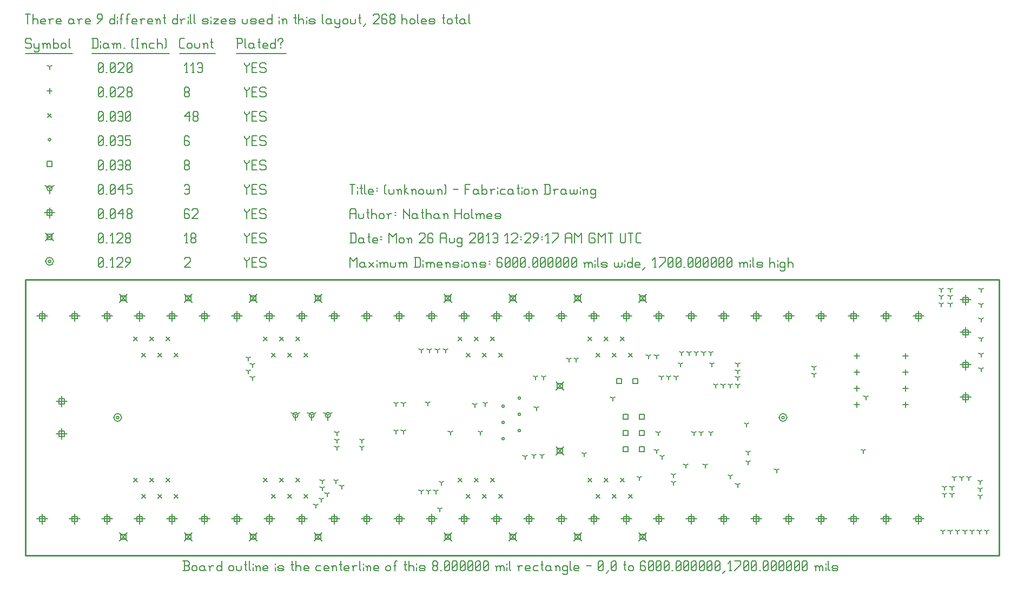
<source format=gbr>
G04 start of page 11 for group -3984 idx -3984 *
G04 Title: (unknown), fab *
G04 Creator: pcb 20110918 *
G04 CreationDate: Mon 26 Aug 2013 12:29:17 AM GMT UTC *
G04 For: ndholmes *
G04 Format: Gerber/RS-274X *
G04 PCB-Dimensions: 600000 170000 *
G04 PCB-Coordinate-Origin: lower left *
%MOIN*%
%FSLAX25Y25*%
%LNFAB*%
%ADD109C,0.0100*%
%ADD108C,0.0060*%
%ADD107R,0.0080X0.0080*%
G54D107*X466200Y85000D02*G75*G03X467800Y85000I800J0D01*G01*
G75*G03X466200Y85000I-800J0D01*G01*
X464600D02*G75*G03X469400Y85000I2400J0D01*G01*
G75*G03X464600Y85000I-2400J0D01*G01*
X56200D02*G75*G03X57800Y85000I800J0D01*G01*
G75*G03X56200Y85000I-800J0D01*G01*
X54600D02*G75*G03X59400Y85000I2400J0D01*G01*
G75*G03X54600Y85000I-2400J0D01*G01*
X14200Y181250D02*G75*G03X15800Y181250I800J0D01*G01*
G75*G03X14200Y181250I-800J0D01*G01*
X12600D02*G75*G03X17400Y181250I2400J0D01*G01*
G75*G03X12600Y181250I-2400J0D01*G01*
G54D108*X135000Y183500D02*Y182750D01*
X136500Y181250D01*
X138000Y182750D01*
Y183500D02*Y182750D01*
X136500Y181250D02*Y177500D01*
X139800Y180500D02*X142050D01*
X139800Y177500D02*X142800D01*
X139800Y183500D02*Y177500D01*
Y183500D02*X142800D01*
X147600D02*X148350Y182750D01*
X145350Y183500D02*X147600D01*
X144600Y182750D02*X145350Y183500D01*
X144600Y182750D02*Y181250D01*
X145350Y180500D01*
X147600D01*
X148350Y179750D01*
Y178250D01*
X147600Y177500D02*X148350Y178250D01*
X145350Y177500D02*X147600D01*
X144600Y178250D02*X145350Y177500D01*
X98000Y182750D02*X98750Y183500D01*
X101000D01*
X101750Y182750D01*
Y181250D01*
X98000Y177500D02*X101750Y181250D01*
X98000Y177500D02*X101750D01*
X45000Y178250D02*X45750Y177500D01*
X45000Y182750D02*Y178250D01*
Y182750D02*X45750Y183500D01*
X47250D01*
X48000Y182750D01*
Y178250D01*
X47250Y177500D02*X48000Y178250D01*
X45750Y177500D02*X47250D01*
X45000Y179000D02*X48000Y182000D01*
X49800Y177500D02*X50550D01*
X53100D02*X54600D01*
X53850Y183500D02*Y177500D01*
X52350Y182000D02*X53850Y183500D01*
X56400Y182750D02*X57150Y183500D01*
X59400D01*
X60150Y182750D01*
Y181250D01*
X56400Y177500D02*X60150Y181250D01*
X56400Y177500D02*X60150D01*
X61950D02*X64950Y180500D01*
Y182750D02*Y180500D01*
X64200Y183500D02*X64950Y182750D01*
X62700Y183500D02*X64200D01*
X61950Y182750D02*X62700Y183500D01*
X61950Y182750D02*Y181250D01*
X62700Y180500D01*
X64950D01*
X178100Y160900D02*X182900Y156100D01*
X178100D02*X182900Y160900D01*
X178900Y160100D02*X182100D01*
X178900D02*Y156900D01*
X182100D01*
Y160100D02*Y156900D01*
X138100Y160900D02*X142900Y156100D01*
X138100D02*X142900Y160900D01*
X138900Y160100D02*X142100D01*
X138900D02*Y156900D01*
X142100D01*
Y160100D02*Y156900D01*
X98100Y160900D02*X102900Y156100D01*
X98100D02*X102900Y160900D01*
X98900Y160100D02*X102100D01*
X98900D02*Y156900D01*
X102100D01*
Y160100D02*Y156900D01*
X58100Y160900D02*X62900Y156100D01*
X58100D02*X62900Y160900D01*
X58900Y160100D02*X62100D01*
X58900D02*Y156900D01*
X62100D01*
Y160100D02*Y156900D01*
X258100Y13900D02*X262900Y9100D01*
X258100D02*X262900Y13900D01*
X258900Y13100D02*X262100D01*
X258900D02*Y9900D01*
X262100D01*
Y13100D02*Y9900D01*
X298100Y13900D02*X302900Y9100D01*
X298100D02*X302900Y13900D01*
X298900Y13100D02*X302100D01*
X298900D02*Y9900D01*
X302100D01*
Y13100D02*Y9900D01*
X58100Y13900D02*X62900Y9100D01*
X58100D02*X62900Y13900D01*
X58900Y13100D02*X62100D01*
X58900D02*Y9900D01*
X62100D01*
Y13100D02*Y9900D01*
X98100Y13900D02*X102900Y9100D01*
X98100D02*X102900Y13900D01*
X98900Y13100D02*X102100D01*
X98900D02*Y9900D01*
X102100D01*
Y13100D02*Y9900D01*
X338100Y13900D02*X342900Y9100D01*
X338100D02*X342900Y13900D01*
X338900Y13100D02*X342100D01*
X338900D02*Y9900D01*
X342100D01*
Y13100D02*Y9900D01*
X378100Y13900D02*X382900Y9100D01*
X378100D02*X382900Y13900D01*
X378900Y13100D02*X382100D01*
X378900D02*Y9900D01*
X382100D01*
Y13100D02*Y9900D01*
X138100Y13900D02*X142900Y9100D01*
X138100D02*X142900Y13900D01*
X138900Y13100D02*X142100D01*
X138900D02*Y9900D01*
X142100D01*
Y13100D02*Y9900D01*
X178100Y13900D02*X182900Y9100D01*
X178100D02*X182900Y13900D01*
X178900Y13100D02*X182100D01*
X178900D02*Y9900D01*
X182100D01*
Y13100D02*Y9900D01*
X378100Y160900D02*X382900Y156100D01*
X378100D02*X382900Y160900D01*
X378900Y160100D02*X382100D01*
X378900D02*Y156900D01*
X382100D01*
Y160100D02*Y156900D01*
X338100Y160900D02*X342900Y156100D01*
X338100D02*X342900Y160900D01*
X338900Y160100D02*X342100D01*
X338900D02*Y156900D01*
X342100D01*
Y160100D02*Y156900D01*
X298100Y160900D02*X302900Y156100D01*
X298100D02*X302900Y160900D01*
X298900Y160100D02*X302100D01*
X298900D02*Y156900D01*
X302100D01*
Y160100D02*Y156900D01*
X258100Y160900D02*X262900Y156100D01*
X258100D02*X262900Y160900D01*
X258900Y160100D02*X262100D01*
X258900D02*Y156900D01*
X262100D01*
Y160100D02*Y156900D01*
X327100Y66900D02*X331900Y62100D01*
X327100D02*X331900Y66900D01*
X327900Y66100D02*X331100D01*
X327900D02*Y62900D01*
X331100D01*
Y66100D02*Y62900D01*
X327100Y106900D02*X331900Y102100D01*
X327100D02*X331900Y106900D01*
X327900Y106100D02*X331100D01*
X327900D02*Y102900D01*
X331100D01*
Y106100D02*Y102900D01*
X12600Y198650D02*X17400Y193850D01*
X12600D02*X17400Y198650D01*
X13400Y197850D02*X16600D01*
X13400D02*Y194650D01*
X16600D01*
Y197850D02*Y194650D01*
X135000Y198500D02*Y197750D01*
X136500Y196250D01*
X138000Y197750D01*
Y198500D02*Y197750D01*
X136500Y196250D02*Y192500D01*
X139800Y195500D02*X142050D01*
X139800Y192500D02*X142800D01*
X139800Y198500D02*Y192500D01*
Y198500D02*X142800D01*
X147600D02*X148350Y197750D01*
X145350Y198500D02*X147600D01*
X144600Y197750D02*X145350Y198500D01*
X144600Y197750D02*Y196250D01*
X145350Y195500D01*
X147600D01*
X148350Y194750D01*
Y193250D01*
X147600Y192500D02*X148350Y193250D01*
X145350Y192500D02*X147600D01*
X144600Y193250D02*X145350Y192500D01*
X98750D02*X100250D01*
X99500Y198500D02*Y192500D01*
X98000Y197000D02*X99500Y198500D01*
X102050Y193250D02*X102800Y192500D01*
X102050Y194750D02*Y193250D01*
Y194750D02*X102800Y195500D01*
X104300D01*
X105050Y194750D01*
Y193250D01*
X104300Y192500D02*X105050Y193250D01*
X102800Y192500D02*X104300D01*
X102050Y196250D02*X102800Y195500D01*
X102050Y197750D02*Y196250D01*
Y197750D02*X102800Y198500D01*
X104300D01*
X105050Y197750D01*
Y196250D01*
X104300Y195500D02*X105050Y196250D01*
X45000Y193250D02*X45750Y192500D01*
X45000Y197750D02*Y193250D01*
Y197750D02*X45750Y198500D01*
X47250D01*
X48000Y197750D01*
Y193250D01*
X47250Y192500D02*X48000Y193250D01*
X45750Y192500D02*X47250D01*
X45000Y194000D02*X48000Y197000D01*
X49800Y192500D02*X50550D01*
X53100D02*X54600D01*
X53850Y198500D02*Y192500D01*
X52350Y197000D02*X53850Y198500D01*
X56400Y197750D02*X57150Y198500D01*
X59400D01*
X60150Y197750D01*
Y196250D01*
X56400Y192500D02*X60150Y196250D01*
X56400Y192500D02*X60150D01*
X61950Y193250D02*X62700Y192500D01*
X61950Y194750D02*Y193250D01*
Y194750D02*X62700Y195500D01*
X64200D01*
X64950Y194750D01*
Y193250D01*
X64200Y192500D02*X64950Y193250D01*
X62700Y192500D02*X64200D01*
X61950Y196250D02*X62700Y195500D01*
X61950Y197750D02*Y196250D01*
Y197750D02*X62700Y198500D01*
X64200D01*
X64950Y197750D01*
Y196250D01*
X64200Y195500D02*X64950Y196250D01*
X290500Y25700D02*Y19300D01*
X287300Y22500D02*X293700D01*
X288900Y24100D02*X292100D01*
X288900D02*Y20900D01*
X292100D01*
Y24100D02*Y20900D01*
X310500Y25700D02*Y19300D01*
X307300Y22500D02*X313700D01*
X308900Y24100D02*X312100D01*
X308900D02*Y20900D01*
X312100D01*
Y24100D02*Y20900D01*
X150500Y150700D02*Y144300D01*
X147300Y147500D02*X153700D01*
X148900Y149100D02*X152100D01*
X148900D02*Y145900D01*
X152100D01*
Y149100D02*Y145900D01*
X130500Y150700D02*Y144300D01*
X127300Y147500D02*X133700D01*
X128900Y149100D02*X132100D01*
X128900D02*Y145900D01*
X132100D01*
Y149100D02*Y145900D01*
X30500Y150700D02*Y144300D01*
X27300Y147500D02*X33700D01*
X28900Y149100D02*X32100D01*
X28900D02*Y145900D01*
X32100D01*
Y149100D02*Y145900D01*
X10500Y150700D02*Y144300D01*
X7300Y147500D02*X13700D01*
X8900Y149100D02*X12100D01*
X8900D02*Y145900D01*
X12100D01*
Y149100D02*Y145900D01*
X470500Y150700D02*Y144300D01*
X467300Y147500D02*X473700D01*
X468900Y149100D02*X472100D01*
X468900D02*Y145900D01*
X472100D01*
Y149100D02*Y145900D01*
X450500Y150700D02*Y144300D01*
X447300Y147500D02*X453700D01*
X448900Y149100D02*X452100D01*
X448900D02*Y145900D01*
X452100D01*
Y149100D02*Y145900D01*
X510500Y150700D02*Y144300D01*
X507300Y147500D02*X513700D01*
X508900Y149100D02*X512100D01*
X508900D02*Y145900D01*
X512100D01*
Y149100D02*Y145900D01*
X490500Y150700D02*Y144300D01*
X487300Y147500D02*X493700D01*
X488900Y149100D02*X492100D01*
X488900D02*Y145900D01*
X492100D01*
Y149100D02*Y145900D01*
X490500Y25700D02*Y19300D01*
X487300Y22500D02*X493700D01*
X488900Y24100D02*X492100D01*
X488900D02*Y20900D01*
X492100D01*
Y24100D02*Y20900D01*
X510500Y25700D02*Y19300D01*
X507300Y22500D02*X513700D01*
X508900Y24100D02*X512100D01*
X508900D02*Y20900D01*
X512100D01*
Y24100D02*Y20900D01*
X50500Y25700D02*Y19300D01*
X47300Y22500D02*X53700D01*
X48900Y24100D02*X52100D01*
X48900D02*Y20900D01*
X52100D01*
Y24100D02*Y20900D01*
X70500Y25700D02*Y19300D01*
X67300Y22500D02*X73700D01*
X68900Y24100D02*X72100D01*
X68900D02*Y20900D01*
X72100D01*
Y24100D02*Y20900D01*
X250500Y25700D02*Y19300D01*
X247300Y22500D02*X253700D01*
X248900Y24100D02*X252100D01*
X248900D02*Y20900D01*
X252100D01*
Y24100D02*Y20900D01*
X270500Y25700D02*Y19300D01*
X267300Y22500D02*X273700D01*
X268900Y24100D02*X272100D01*
X268900D02*Y20900D01*
X272100D01*
Y24100D02*Y20900D01*
X70500Y150700D02*Y144300D01*
X67300Y147500D02*X73700D01*
X68900Y149100D02*X72100D01*
X68900D02*Y145900D01*
X72100D01*
Y149100D02*Y145900D01*
X50500Y150700D02*Y144300D01*
X47300Y147500D02*X53700D01*
X48900Y149100D02*X52100D01*
X48900D02*Y145900D01*
X52100D01*
Y149100D02*Y145900D01*
X370500Y25700D02*Y19300D01*
X367300Y22500D02*X373700D01*
X368900Y24100D02*X372100D01*
X368900D02*Y20900D01*
X372100D01*
Y24100D02*Y20900D01*
X390500Y25700D02*Y19300D01*
X387300Y22500D02*X393700D01*
X388900Y24100D02*X392100D01*
X388900D02*Y20900D01*
X392100D01*
Y24100D02*Y20900D01*
X90500Y25700D02*Y19300D01*
X87300Y22500D02*X93700D01*
X88900Y24100D02*X92100D01*
X88900D02*Y20900D01*
X92100D01*
Y24100D02*Y20900D01*
X110500Y25700D02*Y19300D01*
X107300Y22500D02*X113700D01*
X108900Y24100D02*X112100D01*
X108900D02*Y20900D01*
X112100D01*
Y24100D02*Y20900D01*
X170500Y25700D02*Y19300D01*
X167300Y22500D02*X173700D01*
X168900Y24100D02*X172100D01*
X168900D02*Y20900D01*
X172100D01*
Y24100D02*Y20900D01*
X190500Y25700D02*Y19300D01*
X187300Y22500D02*X193700D01*
X188900Y24100D02*X192100D01*
X188900D02*Y20900D01*
X192100D01*
Y24100D02*Y20900D01*
X130500Y25700D02*Y19300D01*
X127300Y22500D02*X133700D01*
X128900Y24100D02*X132100D01*
X128900D02*Y20900D01*
X132100D01*
Y24100D02*Y20900D01*
X150500Y25700D02*Y19300D01*
X147300Y22500D02*X153700D01*
X148900Y24100D02*X152100D01*
X148900D02*Y20900D01*
X152100D01*
Y24100D02*Y20900D01*
X210500Y25700D02*Y19300D01*
X207300Y22500D02*X213700D01*
X208900Y24100D02*X212100D01*
X208900D02*Y20900D01*
X212100D01*
Y24100D02*Y20900D01*
X230500Y25700D02*Y19300D01*
X227300Y22500D02*X233700D01*
X228900Y24100D02*X232100D01*
X228900D02*Y20900D01*
X232100D01*
Y24100D02*Y20900D01*
X230500Y150700D02*Y144300D01*
X227300Y147500D02*X233700D01*
X228900Y149100D02*X232100D01*
X228900D02*Y145900D01*
X232100D01*
Y149100D02*Y145900D01*
X210500Y150700D02*Y144300D01*
X207300Y147500D02*X213700D01*
X208900Y149100D02*X212100D01*
X208900D02*Y145900D01*
X212100D01*
Y149100D02*Y145900D01*
X330500Y25700D02*Y19300D01*
X327300Y22500D02*X333700D01*
X328900Y24100D02*X332100D01*
X328900D02*Y20900D01*
X332100D01*
Y24100D02*Y20900D01*
X350500Y25700D02*Y19300D01*
X347300Y22500D02*X353700D01*
X348900Y24100D02*X352100D01*
X348900D02*Y20900D01*
X352100D01*
Y24100D02*Y20900D01*
X450500Y25700D02*Y19300D01*
X447300Y22500D02*X453700D01*
X448900Y24100D02*X452100D01*
X448900D02*Y20900D01*
X452100D01*
Y24100D02*Y20900D01*
X470500Y25700D02*Y19300D01*
X467300Y22500D02*X473700D01*
X468900Y24100D02*X472100D01*
X468900D02*Y20900D01*
X472100D01*
Y24100D02*Y20900D01*
X390500Y150700D02*Y144300D01*
X387300Y147500D02*X393700D01*
X388900Y149100D02*X392100D01*
X388900D02*Y145900D01*
X392100D01*
Y149100D02*Y145900D01*
X370500Y150700D02*Y144300D01*
X367300Y147500D02*X373700D01*
X368900Y149100D02*X372100D01*
X368900D02*Y145900D01*
X372100D01*
Y149100D02*Y145900D01*
X270500Y150700D02*Y144300D01*
X267300Y147500D02*X273700D01*
X268900Y149100D02*X272100D01*
X268900D02*Y145900D01*
X272100D01*
Y149100D02*Y145900D01*
X250500Y150700D02*Y144300D01*
X247300Y147500D02*X253700D01*
X248900Y149100D02*X252100D01*
X248900D02*Y145900D01*
X252100D01*
Y149100D02*Y145900D01*
X22500Y98200D02*Y91800D01*
X19300Y95000D02*X25700D01*
X20900Y96600D02*X24100D01*
X20900D02*Y93400D01*
X24100D01*
Y96600D02*Y93400D01*
X22500Y78200D02*Y71800D01*
X19300Y75000D02*X25700D01*
X20900Y76600D02*X24100D01*
X20900D02*Y73400D01*
X24100D01*
Y76600D02*Y73400D01*
X350500Y150700D02*Y144300D01*
X347300Y147500D02*X353700D01*
X348900Y149100D02*X352100D01*
X348900D02*Y145900D01*
X352100D01*
Y149100D02*Y145900D01*
X330500Y150700D02*Y144300D01*
X327300Y147500D02*X333700D01*
X328900Y149100D02*X332100D01*
X328900D02*Y145900D01*
X332100D01*
Y149100D02*Y145900D01*
X310500Y150700D02*Y144300D01*
X307300Y147500D02*X313700D01*
X308900Y149100D02*X312100D01*
X308900D02*Y145900D01*
X312100D01*
Y149100D02*Y145900D01*
X290500Y150700D02*Y144300D01*
X287300Y147500D02*X293700D01*
X288900Y149100D02*X292100D01*
X288900D02*Y145900D01*
X292100D01*
Y149100D02*Y145900D01*
X430500Y150700D02*Y144300D01*
X427300Y147500D02*X433700D01*
X428900Y149100D02*X432100D01*
X428900D02*Y145900D01*
X432100D01*
Y149100D02*Y145900D01*
X410500Y150700D02*Y144300D01*
X407300Y147500D02*X413700D01*
X408900Y149100D02*X412100D01*
X408900D02*Y145900D01*
X412100D01*
Y149100D02*Y145900D01*
X110500Y150700D02*Y144300D01*
X107300Y147500D02*X113700D01*
X108900Y149100D02*X112100D01*
X108900D02*Y145900D01*
X112100D01*
Y149100D02*Y145900D01*
X90500Y150700D02*Y144300D01*
X87300Y147500D02*X93700D01*
X88900Y149100D02*X92100D01*
X88900D02*Y145900D01*
X92100D01*
Y149100D02*Y145900D01*
X190500Y150700D02*Y144300D01*
X187300Y147500D02*X193700D01*
X188900Y149100D02*X192100D01*
X188900D02*Y145900D01*
X192100D01*
Y149100D02*Y145900D01*
X170500Y150700D02*Y144300D01*
X167300Y147500D02*X173700D01*
X168900Y149100D02*X172100D01*
X168900D02*Y145900D01*
X172100D01*
Y149100D02*Y145900D01*
X10500Y25700D02*Y19300D01*
X7300Y22500D02*X13700D01*
X8900Y24100D02*X12100D01*
X8900D02*Y20900D01*
X12100D01*
Y24100D02*Y20900D01*
X30500Y25700D02*Y19300D01*
X27300Y22500D02*X33700D01*
X28900Y24100D02*X32100D01*
X28900D02*Y20900D01*
X32100D01*
Y24100D02*Y20900D01*
X530500Y25700D02*Y19300D01*
X527300Y22500D02*X533700D01*
X528900Y24100D02*X532100D01*
X528900D02*Y20900D01*
X532100D01*
Y24100D02*Y20900D01*
X550500Y25700D02*Y19300D01*
X547300Y22500D02*X553700D01*
X548900Y24100D02*X552100D01*
X548900D02*Y20900D01*
X552100D01*
Y24100D02*Y20900D01*
X550500Y150700D02*Y144300D01*
X547300Y147500D02*X553700D01*
X548900Y149100D02*X552100D01*
X548900D02*Y145900D01*
X552100D01*
Y149100D02*Y145900D01*
X530500Y150700D02*Y144300D01*
X527300Y147500D02*X533700D01*
X528900Y149100D02*X532100D01*
X528900D02*Y145900D01*
X532100D01*
Y149100D02*Y145900D01*
X579500Y140700D02*Y134300D01*
X576300Y137500D02*X582700D01*
X577900Y139100D02*X581100D01*
X577900D02*Y135900D01*
X581100D01*
Y139100D02*Y135900D01*
X579500Y160700D02*Y154300D01*
X576300Y157500D02*X582700D01*
X577900Y159100D02*X581100D01*
X577900D02*Y155900D01*
X581100D01*
Y159100D02*Y155900D01*
X579500Y100700D02*Y94300D01*
X576300Y97500D02*X582700D01*
X577900Y99100D02*X581100D01*
X577900D02*Y95900D01*
X581100D01*
Y99100D02*Y95900D01*
X579500Y120700D02*Y114300D01*
X576300Y117500D02*X582700D01*
X577900Y119100D02*X581100D01*
X577900D02*Y115900D01*
X581100D01*
Y119100D02*Y115900D01*
X410500Y25700D02*Y19300D01*
X407300Y22500D02*X413700D01*
X408900Y24100D02*X412100D01*
X408900D02*Y20900D01*
X412100D01*
Y24100D02*Y20900D01*
X430500Y25700D02*Y19300D01*
X427300Y22500D02*X433700D01*
X428900Y24100D02*X432100D01*
X428900D02*Y20900D01*
X432100D01*
Y24100D02*Y20900D01*
X15000Y214450D02*Y208050D01*
X11800Y211250D02*X18200D01*
X13400Y212850D02*X16600D01*
X13400D02*Y209650D01*
X16600D01*
Y212850D02*Y209650D01*
X135000Y213500D02*Y212750D01*
X136500Y211250D01*
X138000Y212750D01*
Y213500D02*Y212750D01*
X136500Y211250D02*Y207500D01*
X139800Y210500D02*X142050D01*
X139800Y207500D02*X142800D01*
X139800Y213500D02*Y207500D01*
Y213500D02*X142800D01*
X147600D02*X148350Y212750D01*
X145350Y213500D02*X147600D01*
X144600Y212750D02*X145350Y213500D01*
X144600Y212750D02*Y211250D01*
X145350Y210500D01*
X147600D01*
X148350Y209750D01*
Y208250D01*
X147600Y207500D02*X148350Y208250D01*
X145350Y207500D02*X147600D01*
X144600Y208250D02*X145350Y207500D01*
X100250Y213500D02*X101000Y212750D01*
X98750Y213500D02*X100250D01*
X98000Y212750D02*X98750Y213500D01*
X98000Y212750D02*Y208250D01*
X98750Y207500D01*
X100250Y210500D02*X101000Y209750D01*
X98000Y210500D02*X100250D01*
X98750Y207500D02*X100250D01*
X101000Y208250D01*
Y209750D02*Y208250D01*
X102800Y212750D02*X103550Y213500D01*
X105800D01*
X106550Y212750D01*
Y211250D01*
X102800Y207500D02*X106550Y211250D01*
X102800Y207500D02*X106550D01*
X45000Y208250D02*X45750Y207500D01*
X45000Y212750D02*Y208250D01*
Y212750D02*X45750Y213500D01*
X47250D01*
X48000Y212750D01*
Y208250D01*
X47250Y207500D02*X48000Y208250D01*
X45750Y207500D02*X47250D01*
X45000Y209000D02*X48000Y212000D01*
X49800Y207500D02*X50550D01*
X52350Y208250D02*X53100Y207500D01*
X52350Y212750D02*Y208250D01*
Y212750D02*X53100Y213500D01*
X54600D01*
X55350Y212750D01*
Y208250D01*
X54600Y207500D02*X55350Y208250D01*
X53100Y207500D02*X54600D01*
X52350Y209000D02*X55350Y212000D01*
X57150Y210500D02*X60150Y213500D01*
X57150Y210500D02*X60900D01*
X60150Y213500D02*Y207500D01*
X62700Y208250D02*X63450Y207500D01*
X62700Y209750D02*Y208250D01*
Y209750D02*X63450Y210500D01*
X64950D01*
X65700Y209750D01*
Y208250D01*
X64950Y207500D02*X65700Y208250D01*
X63450Y207500D02*X64950D01*
X62700Y211250D02*X63450Y210500D01*
X62700Y212750D02*Y211250D01*
Y212750D02*X63450Y213500D01*
X64950D01*
X65700Y212750D01*
Y211250D01*
X64950Y210500D02*X65700Y211250D01*
X186500Y86500D02*Y83300D01*
Y86500D02*X189273Y88100D01*
X186500Y86500D02*X183727Y88100D01*
X184900Y86500D02*G75*G03X188100Y86500I1600J0D01*G01*
G75*G03X184900Y86500I-1600J0D01*G01*
X176500D02*Y83300D01*
Y86500D02*X179273Y88100D01*
X176500Y86500D02*X173727Y88100D01*
X174900Y86500D02*G75*G03X178100Y86500I1600J0D01*G01*
G75*G03X174900Y86500I-1600J0D01*G01*
X166500D02*Y83300D01*
Y86500D02*X169273Y88100D01*
X166500Y86500D02*X163727Y88100D01*
X164900Y86500D02*G75*G03X168100Y86500I1600J0D01*G01*
G75*G03X164900Y86500I-1600J0D01*G01*
X15000Y226250D02*Y223050D01*
Y226250D02*X17773Y227850D01*
X15000Y226250D02*X12227Y227850D01*
X13400Y226250D02*G75*G03X16600Y226250I1600J0D01*G01*
G75*G03X13400Y226250I-1600J0D01*G01*
X135000Y228500D02*Y227750D01*
X136500Y226250D01*
X138000Y227750D01*
Y228500D02*Y227750D01*
X136500Y226250D02*Y222500D01*
X139800Y225500D02*X142050D01*
X139800Y222500D02*X142800D01*
X139800Y228500D02*Y222500D01*
Y228500D02*X142800D01*
X147600D02*X148350Y227750D01*
X145350Y228500D02*X147600D01*
X144600Y227750D02*X145350Y228500D01*
X144600Y227750D02*Y226250D01*
X145350Y225500D01*
X147600D01*
X148350Y224750D01*
Y223250D01*
X147600Y222500D02*X148350Y223250D01*
X145350Y222500D02*X147600D01*
X144600Y223250D02*X145350Y222500D01*
X98000Y227750D02*X98750Y228500D01*
X100250D01*
X101000Y227750D01*
Y223250D01*
X100250Y222500D02*X101000Y223250D01*
X98750Y222500D02*X100250D01*
X98000Y223250D02*X98750Y222500D01*
Y225500D02*X101000D01*
X45000Y223250D02*X45750Y222500D01*
X45000Y227750D02*Y223250D01*
Y227750D02*X45750Y228500D01*
X47250D01*
X48000Y227750D01*
Y223250D01*
X47250Y222500D02*X48000Y223250D01*
X45750Y222500D02*X47250D01*
X45000Y224000D02*X48000Y227000D01*
X49800Y222500D02*X50550D01*
X52350Y223250D02*X53100Y222500D01*
X52350Y227750D02*Y223250D01*
Y227750D02*X53100Y228500D01*
X54600D01*
X55350Y227750D01*
Y223250D01*
X54600Y222500D02*X55350Y223250D01*
X53100Y222500D02*X54600D01*
X52350Y224000D02*X55350Y227000D01*
X57150Y225500D02*X60150Y228500D01*
X57150Y225500D02*X60900D01*
X60150Y228500D02*Y222500D01*
X62700Y228500D02*X65700D01*
X62700D02*Y225500D01*
X63450Y226250D01*
X64950D01*
X65700Y225500D01*
Y223250D01*
X64950Y222500D02*X65700Y223250D01*
X63450Y222500D02*X64950D01*
X62700Y223250D02*X63450Y222500D01*
X374400Y109100D02*X377600D01*
X374400D02*Y105900D01*
X377600D01*
Y109100D02*Y105900D01*
X364400Y109100D02*X367600D01*
X364400D02*Y105900D01*
X367600D01*
Y109100D02*Y105900D01*
X378400Y67100D02*X381600D01*
X378400D02*Y63900D01*
X381600D01*
Y67100D02*Y63900D01*
X378400Y77100D02*X381600D01*
X378400D02*Y73900D01*
X381600D01*
Y77100D02*Y73900D01*
X378400Y87100D02*X381600D01*
X378400D02*Y83900D01*
X381600D01*
Y87100D02*Y83900D01*
X368400Y67100D02*X371600D01*
X368400D02*Y63900D01*
X371600D01*
Y67100D02*Y63900D01*
X368400Y77100D02*X371600D01*
X368400D02*Y73900D01*
X371600D01*
Y77100D02*Y73900D01*
X368400Y87100D02*X371600D01*
X368400D02*Y83900D01*
X371600D01*
Y87100D02*Y83900D01*
X13400Y242850D02*X16600D01*
X13400D02*Y239650D01*
X16600D01*
Y242850D02*Y239650D01*
X135000Y243500D02*Y242750D01*
X136500Y241250D01*
X138000Y242750D01*
Y243500D02*Y242750D01*
X136500Y241250D02*Y237500D01*
X139800Y240500D02*X142050D01*
X139800Y237500D02*X142800D01*
X139800Y243500D02*Y237500D01*
Y243500D02*X142800D01*
X147600D02*X148350Y242750D01*
X145350Y243500D02*X147600D01*
X144600Y242750D02*X145350Y243500D01*
X144600Y242750D02*Y241250D01*
X145350Y240500D01*
X147600D01*
X148350Y239750D01*
Y238250D01*
X147600Y237500D02*X148350Y238250D01*
X145350Y237500D02*X147600D01*
X144600Y238250D02*X145350Y237500D01*
X98000Y238250D02*X98750Y237500D01*
X98000Y239750D02*Y238250D01*
Y239750D02*X98750Y240500D01*
X100250D01*
X101000Y239750D01*
Y238250D01*
X100250Y237500D02*X101000Y238250D01*
X98750Y237500D02*X100250D01*
X98000Y241250D02*X98750Y240500D01*
X98000Y242750D02*Y241250D01*
Y242750D02*X98750Y243500D01*
X100250D01*
X101000Y242750D01*
Y241250D01*
X100250Y240500D02*X101000Y241250D01*
X45000Y238250D02*X45750Y237500D01*
X45000Y242750D02*Y238250D01*
Y242750D02*X45750Y243500D01*
X47250D01*
X48000Y242750D01*
Y238250D01*
X47250Y237500D02*X48000Y238250D01*
X45750Y237500D02*X47250D01*
X45000Y239000D02*X48000Y242000D01*
X49800Y237500D02*X50550D01*
X52350Y238250D02*X53100Y237500D01*
X52350Y242750D02*Y238250D01*
Y242750D02*X53100Y243500D01*
X54600D01*
X55350Y242750D01*
Y238250D01*
X54600Y237500D02*X55350Y238250D01*
X53100Y237500D02*X54600D01*
X52350Y239000D02*X55350Y242000D01*
X57150Y242750D02*X57900Y243500D01*
X59400D01*
X60150Y242750D01*
Y238250D01*
X59400Y237500D02*X60150Y238250D01*
X57900Y237500D02*X59400D01*
X57150Y238250D02*X57900Y237500D01*
Y240500D02*X60150D01*
X61950Y238250D02*X62700Y237500D01*
X61950Y239750D02*Y238250D01*
Y239750D02*X62700Y240500D01*
X64200D01*
X64950Y239750D01*
Y238250D01*
X64200Y237500D02*X64950Y238250D01*
X62700Y237500D02*X64200D01*
X61950Y241250D02*X62700Y240500D01*
X61950Y242750D02*Y241250D01*
Y242750D02*X62700Y243500D01*
X64200D01*
X64950Y242750D01*
Y241250D01*
X64200Y240500D02*X64950Y241250D01*
X293700Y72000D02*G75*G03X295300Y72000I800J0D01*G01*
G75*G03X293700Y72000I-800J0D01*G01*
X303700Y77000D02*G75*G03X305300Y77000I800J0D01*G01*
G75*G03X303700Y77000I-800J0D01*G01*
X293700Y82000D02*G75*G03X295300Y82000I800J0D01*G01*
G75*G03X293700Y82000I-800J0D01*G01*
X303700Y87000D02*G75*G03X305300Y87000I800J0D01*G01*
G75*G03X303700Y87000I-800J0D01*G01*
X293700Y92000D02*G75*G03X295300Y92000I800J0D01*G01*
G75*G03X293700Y92000I-800J0D01*G01*
X303700Y97000D02*G75*G03X305300Y97000I800J0D01*G01*
G75*G03X303700Y97000I-800J0D01*G01*
X14200Y256250D02*G75*G03X15800Y256250I800J0D01*G01*
G75*G03X14200Y256250I-800J0D01*G01*
X135000Y258500D02*Y257750D01*
X136500Y256250D01*
X138000Y257750D01*
Y258500D02*Y257750D01*
X136500Y256250D02*Y252500D01*
X139800Y255500D02*X142050D01*
X139800Y252500D02*X142800D01*
X139800Y258500D02*Y252500D01*
Y258500D02*X142800D01*
X147600D02*X148350Y257750D01*
X145350Y258500D02*X147600D01*
X144600Y257750D02*X145350Y258500D01*
X144600Y257750D02*Y256250D01*
X145350Y255500D01*
X147600D01*
X148350Y254750D01*
Y253250D01*
X147600Y252500D02*X148350Y253250D01*
X145350Y252500D02*X147600D01*
X144600Y253250D02*X145350Y252500D01*
X100250Y258500D02*X101000Y257750D01*
X98750Y258500D02*X100250D01*
X98000Y257750D02*X98750Y258500D01*
X98000Y257750D02*Y253250D01*
X98750Y252500D01*
X100250Y255500D02*X101000Y254750D01*
X98000Y255500D02*X100250D01*
X98750Y252500D02*X100250D01*
X101000Y253250D01*
Y254750D02*Y253250D01*
X45000D02*X45750Y252500D01*
X45000Y257750D02*Y253250D01*
Y257750D02*X45750Y258500D01*
X47250D01*
X48000Y257750D01*
Y253250D01*
X47250Y252500D02*X48000Y253250D01*
X45750Y252500D02*X47250D01*
X45000Y254000D02*X48000Y257000D01*
X49800Y252500D02*X50550D01*
X52350Y253250D02*X53100Y252500D01*
X52350Y257750D02*Y253250D01*
Y257750D02*X53100Y258500D01*
X54600D01*
X55350Y257750D01*
Y253250D01*
X54600Y252500D02*X55350Y253250D01*
X53100Y252500D02*X54600D01*
X52350Y254000D02*X55350Y257000D01*
X57150Y257750D02*X57900Y258500D01*
X59400D01*
X60150Y257750D01*
Y253250D01*
X59400Y252500D02*X60150Y253250D01*
X57900Y252500D02*X59400D01*
X57150Y253250D02*X57900Y252500D01*
Y255500D02*X60150D01*
X61950Y258500D02*X64950D01*
X61950D02*Y255500D01*
X62700Y256250D01*
X64200D01*
X64950Y255500D01*
Y253250D01*
X64200Y252500D02*X64950Y253250D01*
X62700Y252500D02*X64200D01*
X61950Y253250D02*X62700Y252500D01*
X171800Y124700D02*X174200Y122300D01*
X171800D02*X174200Y124700D01*
X166800Y134700D02*X169200Y132300D01*
X166800D02*X169200Y134700D01*
X161800Y124700D02*X164200Y122300D01*
X161800D02*X164200Y124700D01*
X156800Y134700D02*X159200Y132300D01*
X156800D02*X159200Y134700D01*
X151800Y124700D02*X154200Y122300D01*
X151800D02*X154200Y124700D01*
X146800Y134700D02*X149200Y132300D01*
X146800D02*X149200Y134700D01*
X91800Y124700D02*X94200Y122300D01*
X91800D02*X94200Y124700D01*
X86800Y134700D02*X89200Y132300D01*
X86800D02*X89200Y134700D01*
X81800Y124700D02*X84200Y122300D01*
X81800D02*X84200Y124700D01*
X76800Y134700D02*X79200Y132300D01*
X76800D02*X79200Y134700D01*
X71800Y124700D02*X74200Y122300D01*
X71800D02*X74200Y124700D01*
X66800Y134700D02*X69200Y132300D01*
X66800D02*X69200Y134700D01*
X266800Y47700D02*X269200Y45300D01*
X266800D02*X269200Y47700D01*
X271800Y37700D02*X274200Y35300D01*
X271800D02*X274200Y37700D01*
X276800Y47700D02*X279200Y45300D01*
X276800D02*X279200Y47700D01*
X281800Y37700D02*X284200Y35300D01*
X281800D02*X284200Y37700D01*
X286800Y47700D02*X289200Y45300D01*
X286800D02*X289200Y47700D01*
X291800Y37700D02*X294200Y35300D01*
X291800D02*X294200Y37700D01*
X66800Y47700D02*X69200Y45300D01*
X66800D02*X69200Y47700D01*
X71800Y37700D02*X74200Y35300D01*
X71800D02*X74200Y37700D01*
X76800Y47700D02*X79200Y45300D01*
X76800D02*X79200Y47700D01*
X81800Y37700D02*X84200Y35300D01*
X81800D02*X84200Y37700D01*
X86800Y47700D02*X89200Y45300D01*
X86800D02*X89200Y47700D01*
X91800Y37700D02*X94200Y35300D01*
X91800D02*X94200Y37700D01*
X346800Y47700D02*X349200Y45300D01*
X346800D02*X349200Y47700D01*
X351800Y37700D02*X354200Y35300D01*
X351800D02*X354200Y37700D01*
X356800Y47700D02*X359200Y45300D01*
X356800D02*X359200Y47700D01*
X361800Y37700D02*X364200Y35300D01*
X361800D02*X364200Y37700D01*
X366800Y47700D02*X369200Y45300D01*
X366800D02*X369200Y47700D01*
X371800Y37700D02*X374200Y35300D01*
X371800D02*X374200Y37700D01*
X146800Y47700D02*X149200Y45300D01*
X146800D02*X149200Y47700D01*
X151800Y37700D02*X154200Y35300D01*
X151800D02*X154200Y37700D01*
X156800Y47700D02*X159200Y45300D01*
X156800D02*X159200Y47700D01*
X161800Y37700D02*X164200Y35300D01*
X161800D02*X164200Y37700D01*
X166800Y47700D02*X169200Y45300D01*
X166800D02*X169200Y47700D01*
X171800Y37700D02*X174200Y35300D01*
X171800D02*X174200Y37700D01*
X371800Y124700D02*X374200Y122300D01*
X371800D02*X374200Y124700D01*
X366800Y134700D02*X369200Y132300D01*
X366800D02*X369200Y134700D01*
X361800Y124700D02*X364200Y122300D01*
X361800D02*X364200Y124700D01*
X356800Y134700D02*X359200Y132300D01*
X356800D02*X359200Y134700D01*
X351800Y124700D02*X354200Y122300D01*
X351800D02*X354200Y124700D01*
X346800Y134700D02*X349200Y132300D01*
X346800D02*X349200Y134700D01*
X291800Y124700D02*X294200Y122300D01*
X291800D02*X294200Y124700D01*
X286800Y134700D02*X289200Y132300D01*
X286800D02*X289200Y134700D01*
X281800Y124700D02*X284200Y122300D01*
X281800D02*X284200Y124700D01*
X276800Y134700D02*X279200Y132300D01*
X276800D02*X279200Y134700D01*
X271800Y124700D02*X274200Y122300D01*
X271800D02*X274200Y124700D01*
X266800Y134700D02*X269200Y132300D01*
X266800D02*X269200Y134700D01*
X13800Y272450D02*X16200Y270050D01*
X13800D02*X16200Y272450D01*
X135000Y273500D02*Y272750D01*
X136500Y271250D01*
X138000Y272750D01*
Y273500D02*Y272750D01*
X136500Y271250D02*Y267500D01*
X139800Y270500D02*X142050D01*
X139800Y267500D02*X142800D01*
X139800Y273500D02*Y267500D01*
Y273500D02*X142800D01*
X147600D02*X148350Y272750D01*
X145350Y273500D02*X147600D01*
X144600Y272750D02*X145350Y273500D01*
X144600Y272750D02*Y271250D01*
X145350Y270500D01*
X147600D01*
X148350Y269750D01*
Y268250D01*
X147600Y267500D02*X148350Y268250D01*
X145350Y267500D02*X147600D01*
X144600Y268250D02*X145350Y267500D01*
X98000Y270500D02*X101000Y273500D01*
X98000Y270500D02*X101750D01*
X101000Y273500D02*Y267500D01*
X103550Y268250D02*X104300Y267500D01*
X103550Y269750D02*Y268250D01*
Y269750D02*X104300Y270500D01*
X105800D01*
X106550Y269750D01*
Y268250D01*
X105800Y267500D02*X106550Y268250D01*
X104300Y267500D02*X105800D01*
X103550Y271250D02*X104300Y270500D01*
X103550Y272750D02*Y271250D01*
Y272750D02*X104300Y273500D01*
X105800D01*
X106550Y272750D01*
Y271250D01*
X105800Y270500D02*X106550Y271250D01*
X45000Y268250D02*X45750Y267500D01*
X45000Y272750D02*Y268250D01*
Y272750D02*X45750Y273500D01*
X47250D01*
X48000Y272750D01*
Y268250D01*
X47250Y267500D02*X48000Y268250D01*
X45750Y267500D02*X47250D01*
X45000Y269000D02*X48000Y272000D01*
X49800Y267500D02*X50550D01*
X52350Y268250D02*X53100Y267500D01*
X52350Y272750D02*Y268250D01*
Y272750D02*X53100Y273500D01*
X54600D01*
X55350Y272750D01*
Y268250D01*
X54600Y267500D02*X55350Y268250D01*
X53100Y267500D02*X54600D01*
X52350Y269000D02*X55350Y272000D01*
X57150Y272750D02*X57900Y273500D01*
X59400D01*
X60150Y272750D01*
Y268250D01*
X59400Y267500D02*X60150Y268250D01*
X57900Y267500D02*X59400D01*
X57150Y268250D02*X57900Y267500D01*
Y270500D02*X60150D01*
X61950Y268250D02*X62700Y267500D01*
X61950Y272750D02*Y268250D01*
Y272750D02*X62700Y273500D01*
X64200D01*
X64950Y272750D01*
Y268250D01*
X64200Y267500D02*X64950Y268250D01*
X62700Y267500D02*X64200D01*
X61950Y269000D02*X64950Y272000D01*
X512500Y124600D02*Y121400D01*
X510900Y123000D02*X514100D01*
X512500Y114600D02*Y111400D01*
X510900Y113000D02*X514100D01*
X512500Y104600D02*Y101400D01*
X510900Y103000D02*X514100D01*
X512500Y94600D02*Y91400D01*
X510900Y93000D02*X514100D01*
X542500Y94600D02*Y91400D01*
X540900Y93000D02*X544100D01*
X542500Y104600D02*Y101400D01*
X540900Y103000D02*X544100D01*
X542500Y114600D02*Y111400D01*
X540900Y113000D02*X544100D01*
X542500Y124600D02*Y121400D01*
X540900Y123000D02*X544100D01*
X15000Y287850D02*Y284650D01*
X13400Y286250D02*X16600D01*
X135000Y288500D02*Y287750D01*
X136500Y286250D01*
X138000Y287750D01*
Y288500D02*Y287750D01*
X136500Y286250D02*Y282500D01*
X139800Y285500D02*X142050D01*
X139800Y282500D02*X142800D01*
X139800Y288500D02*Y282500D01*
Y288500D02*X142800D01*
X147600D02*X148350Y287750D01*
X145350Y288500D02*X147600D01*
X144600Y287750D02*X145350Y288500D01*
X144600Y287750D02*Y286250D01*
X145350Y285500D01*
X147600D01*
X148350Y284750D01*
Y283250D01*
X147600Y282500D02*X148350Y283250D01*
X145350Y282500D02*X147600D01*
X144600Y283250D02*X145350Y282500D01*
X98000Y283250D02*X98750Y282500D01*
X98000Y284750D02*Y283250D01*
Y284750D02*X98750Y285500D01*
X100250D01*
X101000Y284750D01*
Y283250D01*
X100250Y282500D02*X101000Y283250D01*
X98750Y282500D02*X100250D01*
X98000Y286250D02*X98750Y285500D01*
X98000Y287750D02*Y286250D01*
Y287750D02*X98750Y288500D01*
X100250D01*
X101000Y287750D01*
Y286250D01*
X100250Y285500D02*X101000Y286250D01*
X45000Y283250D02*X45750Y282500D01*
X45000Y287750D02*Y283250D01*
Y287750D02*X45750Y288500D01*
X47250D01*
X48000Y287750D01*
Y283250D01*
X47250Y282500D02*X48000Y283250D01*
X45750Y282500D02*X47250D01*
X45000Y284000D02*X48000Y287000D01*
X49800Y282500D02*X50550D01*
X52350Y283250D02*X53100Y282500D01*
X52350Y287750D02*Y283250D01*
Y287750D02*X53100Y288500D01*
X54600D01*
X55350Y287750D01*
Y283250D01*
X54600Y282500D02*X55350Y283250D01*
X53100Y282500D02*X54600D01*
X52350Y284000D02*X55350Y287000D01*
X57150Y287750D02*X57900Y288500D01*
X60150D01*
X60900Y287750D01*
Y286250D01*
X57150Y282500D02*X60900Y286250D01*
X57150Y282500D02*X60900D01*
X62700Y283250D02*X63450Y282500D01*
X62700Y284750D02*Y283250D01*
Y284750D02*X63450Y285500D01*
X64950D01*
X65700Y284750D01*
Y283250D01*
X64950Y282500D02*X65700Y283250D01*
X63450Y282500D02*X64950D01*
X62700Y286250D02*X63450Y285500D01*
X62700Y287750D02*Y286250D01*
Y287750D02*X63450Y288500D01*
X64950D01*
X65700Y287750D01*
Y286250D01*
X64950Y285500D02*X65700Y286250D01*
X423106Y118000D02*Y116400D01*
Y118000D02*X424493Y118800D01*
X423106Y118000D02*X421719Y118800D01*
X403894Y118000D02*Y116400D01*
Y118000D02*X405281Y118800D01*
X403894Y118000D02*X402507Y118800D01*
X255500Y28500D02*Y26900D01*
Y28500D02*X256887Y29300D01*
X255500Y28500D02*X254113Y29300D01*
X248000Y94000D02*Y92400D01*
Y94000D02*X249387Y94800D01*
X248000Y94000D02*X246613Y94800D01*
X262000Y76000D02*Y74400D01*
Y76000D02*X263387Y76800D01*
X262000Y76000D02*X260613Y76800D01*
X192000Y66500D02*Y64900D01*
Y66500D02*X193387Y67300D01*
X192000Y66500D02*X190613Y67300D01*
X207500Y66500D02*Y64900D01*
Y66500D02*X208887Y67300D01*
X207500Y66500D02*X206113Y67300D01*
X192000Y71000D02*Y69400D01*
Y71000D02*X193387Y71800D01*
X192000Y71000D02*X190613Y71800D01*
X192000Y75500D02*Y73900D01*
Y75500D02*X193387Y76300D01*
X192000Y75500D02*X190613Y76300D01*
X207500Y71000D02*Y69400D01*
Y71000D02*X208887Y71800D01*
X207500Y71000D02*X206113Y71800D01*
X228500Y76500D02*Y74900D01*
Y76500D02*X229887Y77300D01*
X228500Y76500D02*X227113Y77300D01*
X233000Y76500D02*Y74900D01*
Y76500D02*X234387Y77300D01*
X233000Y76500D02*X231613Y77300D01*
X186000Y38000D02*Y36400D01*
Y38000D02*X187387Y38800D01*
X186000Y38000D02*X184613Y38800D01*
X179000Y31000D02*Y29400D01*
Y31000D02*X180387Y31800D01*
X179000Y31000D02*X177613Y31800D01*
X182500Y34500D02*Y32900D01*
Y34500D02*X183887Y35300D01*
X182500Y34500D02*X181113Y35300D01*
X183000Y41500D02*Y39900D01*
Y41500D02*X184387Y42300D01*
X183000Y41500D02*X181613Y42300D01*
X183000Y46000D02*Y44400D01*
Y46000D02*X184387Y46800D01*
X183000Y46000D02*X181613Y46800D01*
X195000Y42500D02*Y40900D01*
Y42500D02*X196387Y43300D01*
X195000Y42500D02*X193613Y43300D01*
X191500Y46000D02*Y44400D01*
Y46000D02*X192887Y46800D01*
X191500Y46000D02*X190113Y46800D01*
X228500Y93500D02*Y91900D01*
Y93500D02*X229887Y94300D01*
X228500Y93500D02*X227113Y94300D01*
X233000Y93500D02*Y91900D01*
Y93500D02*X234387Y94300D01*
X233000Y93500D02*X231613Y94300D01*
X137500Y121500D02*Y119900D01*
Y121500D02*X138887Y122300D01*
X137500Y121500D02*X136113Y122300D01*
X140000Y117500D02*Y115900D01*
Y117500D02*X141387Y118300D01*
X140000Y117500D02*X138613Y118300D01*
X137500Y113500D02*Y111900D01*
Y113500D02*X138887Y114300D01*
X137500Y113500D02*X136113Y114300D01*
X140000Y109500D02*Y107900D01*
Y109500D02*X141387Y110300D01*
X140000Y109500D02*X138613Y110300D01*
X244000Y126500D02*Y124900D01*
Y126500D02*X245387Y127300D01*
X244000Y126500D02*X242613Y127300D01*
X249000Y126500D02*Y124900D01*
Y126500D02*X250387Y127300D01*
X249000Y126500D02*X247613Y127300D01*
X254000Y126500D02*Y124900D01*
Y126500D02*X255387Y127300D01*
X254000Y126500D02*X252613Y127300D01*
X259000Y126500D02*Y124900D01*
Y126500D02*X260387Y127300D01*
X259000Y126500D02*X257613Y127300D01*
X256500Y45000D02*Y43400D01*
Y45000D02*X257887Y45800D01*
X256500Y45000D02*X255113Y45800D01*
X339500Y121000D02*Y119400D01*
Y121000D02*X340887Y121800D01*
X339500Y121000D02*X338113Y121800D01*
X335000Y121000D02*Y119400D01*
Y121000D02*X336387Y121800D01*
X335000Y121000D02*X333613Y121800D01*
X248500Y39500D02*Y37900D01*
Y39500D02*X249887Y40300D01*
X248500Y39500D02*X247113Y40300D01*
X277000Y93000D02*Y91400D01*
Y93000D02*X278387Y93800D01*
X277000Y93000D02*X275613Y93800D01*
X253000Y39500D02*Y37900D01*
Y39500D02*X254387Y40300D01*
X253000Y39500D02*X251613Y40300D01*
X244000Y39500D02*Y37900D01*
Y39500D02*X245387Y40300D01*
X244000Y39500D02*X242613Y40300D01*
X280500Y76000D02*Y74400D01*
Y76000D02*X281887Y76800D01*
X280500Y76000D02*X279113Y76800D01*
X318500Y61500D02*Y59900D01*
Y61500D02*X319887Y62300D01*
X318500Y61500D02*X317113Y62300D01*
X313500Y61500D02*Y59900D01*
Y61500D02*X314887Y62300D01*
X313500Y61500D02*X312113Y62300D01*
X314500Y110000D02*Y108400D01*
Y110000D02*X315887Y110800D01*
X314500Y110000D02*X313113Y110800D01*
X319500Y110000D02*Y108400D01*
Y110000D02*X320887Y110800D01*
X319500Y110000D02*X318113Y110800D01*
X283500Y93500D02*Y91900D01*
Y93500D02*X284887Y94300D01*
X283500Y93500D02*X282113Y94300D01*
X588500Y45500D02*Y43900D01*
Y45500D02*X589887Y46300D01*
X588500Y45500D02*X587113Y46300D01*
X588500Y41000D02*Y39400D01*
Y41000D02*X589887Y41800D01*
X588500Y41000D02*X587113Y41800D01*
X581500Y48000D02*Y46400D01*
Y48000D02*X582887Y48800D01*
X581500Y48000D02*X580113Y48800D01*
X577000Y48000D02*Y46400D01*
Y48000D02*X578387Y48800D01*
X577000Y48000D02*X575613Y48800D01*
X572500Y48000D02*Y46400D01*
Y48000D02*X573887Y48800D01*
X572500Y48000D02*X571113Y48800D01*
X588500Y36500D02*Y34900D01*
Y36500D02*X589887Y37300D01*
X588500Y36500D02*X587113Y37300D01*
X571000Y42000D02*Y40400D01*
Y42000D02*X572387Y42800D01*
X571000Y42000D02*X569613Y42800D01*
X571000Y37500D02*Y35900D01*
Y37500D02*X572387Y38300D01*
X571000Y37500D02*X569613Y38300D01*
X566500Y42000D02*Y40400D01*
Y42000D02*X567887Y42800D01*
X566500Y42000D02*X565113Y42800D01*
X566500Y37500D02*Y35900D01*
Y37500D02*X567887Y38300D01*
X566500Y37500D02*X565113Y38300D01*
X565500Y15000D02*Y13400D01*
Y15000D02*X566887Y15800D01*
X565500Y15000D02*X564113Y15800D01*
X570000Y15000D02*Y13400D01*
Y15000D02*X571387Y15800D01*
X570000Y15000D02*X568613Y15800D01*
X574500Y15000D02*Y13400D01*
Y15000D02*X575887Y15800D01*
X574500Y15000D02*X573113Y15800D01*
X579000Y15000D02*Y13400D01*
Y15000D02*X580387Y15800D01*
X579000Y15000D02*X577613Y15800D01*
X583500Y15000D02*Y13400D01*
Y15000D02*X584887Y15800D01*
X583500Y15000D02*X582113Y15800D01*
X588000Y15000D02*Y13400D01*
Y15000D02*X589387Y15800D01*
X588000Y15000D02*X586613Y15800D01*
X592500Y15000D02*Y13400D01*
Y15000D02*X593887Y15800D01*
X592500Y15000D02*X591113Y15800D01*
X570000Y164000D02*Y162400D01*
Y164000D02*X571387Y164800D01*
X570000Y164000D02*X568613Y164800D01*
X589000Y164000D02*Y162400D01*
Y164000D02*X590387Y164800D01*
X589000Y164000D02*X587613Y164800D01*
X589000Y145500D02*Y143900D01*
Y145500D02*X590387Y146300D01*
X589000Y145500D02*X587613Y146300D01*
X589000Y154500D02*Y152900D01*
Y154500D02*X590387Y155300D01*
X589000Y154500D02*X587613Y155300D01*
X589000Y133500D02*Y131900D01*
Y133500D02*X590387Y134300D01*
X589000Y133500D02*X587613Y134300D01*
X589000Y115000D02*Y113400D01*
Y115000D02*X590387Y115800D01*
X589000Y115000D02*X587613Y115800D01*
X589000Y124000D02*Y122400D01*
Y124000D02*X590387Y124800D01*
X589000Y124000D02*X587613Y124800D01*
X570000Y159500D02*Y157900D01*
Y159500D02*X571387Y160300D01*
X570000Y159500D02*X568613Y160300D01*
X570000Y155000D02*Y153400D01*
Y155000D02*X571387Y155800D01*
X570000Y155000D02*X568613Y155800D01*
X564500Y164000D02*Y162400D01*
Y164000D02*X565887Y164800D01*
X564500Y164000D02*X563113Y164800D01*
X564500Y159500D02*Y157900D01*
Y159500D02*X565887Y160300D01*
X564500Y159500D02*X563113Y160300D01*
X564500Y155000D02*Y153400D01*
Y155000D02*X565887Y155800D01*
X564500Y155000D02*X563113Y155800D01*
X384000Y123000D02*Y121400D01*
Y123000D02*X385387Y123800D01*
X384000Y123000D02*X382613Y123800D01*
X389000Y123000D02*Y121400D01*
Y123000D02*X390387Y123800D01*
X389000Y123000D02*X387613Y123800D01*
X378500Y48000D02*Y46400D01*
Y48000D02*X379887Y48800D01*
X378500Y48000D02*X377113Y48800D01*
X422500Y75500D02*Y73900D01*
Y75500D02*X423887Y76300D01*
X422500Y75500D02*X421113Y76300D01*
X445500Y57500D02*Y55900D01*
Y57500D02*X446887Y58300D01*
X445500Y57500D02*X444113Y58300D01*
X344500Y62500D02*Y60900D01*
Y62500D02*X345887Y63300D01*
X344500Y62500D02*X343113Y63300D01*
X392500Y61000D02*Y59400D01*
Y61000D02*X393887Y61800D01*
X392500Y61000D02*X391113Y61800D01*
X389000Y64500D02*Y62900D01*
Y64500D02*X390387Y65300D01*
X389000Y64500D02*X387613Y65300D01*
X315000Y91000D02*Y89400D01*
Y91000D02*X316387Y91800D01*
X315000Y91000D02*X313613Y91800D01*
X362000Y97000D02*Y95400D01*
Y97000D02*X363387Y97800D01*
X362000Y97000D02*X360613Y97800D01*
X390000Y75500D02*Y73900D01*
Y75500D02*X391387Y76300D01*
X390000Y75500D02*X388613Y76300D01*
X407000Y55500D02*Y53900D01*
Y55500D02*X408387Y56300D01*
X407000Y55500D02*X405613Y56300D01*
X399500Y49500D02*Y47900D01*
Y49500D02*X400887Y50300D01*
X399500Y49500D02*X398113Y50300D01*
X399500Y45000D02*Y43400D01*
Y45000D02*X400887Y45800D01*
X399500Y45000D02*X398113Y45800D01*
X416500Y75500D02*Y73900D01*
Y75500D02*X417887Y76300D01*
X416500Y75500D02*X415113Y76300D01*
X412000Y75500D02*Y73900D01*
Y75500D02*X413387Y76300D01*
X412000Y75500D02*X410613Y76300D01*
X419000Y55500D02*Y53900D01*
Y55500D02*X420387Y56300D01*
X419000Y55500D02*X417613Y56300D01*
X439000Y43500D02*Y41900D01*
Y43500D02*X440387Y44300D01*
X439000Y43500D02*X437613Y44300D01*
X445500Y63500D02*Y61900D01*
Y63500D02*X446887Y64300D01*
X445500Y63500D02*X444113Y64300D01*
X516500Y64500D02*Y62900D01*
Y64500D02*X517887Y65300D01*
X516500Y64500D02*X515113Y65300D01*
X518000Y97500D02*Y95900D01*
Y97500D02*X519387Y98300D01*
X518000Y97500D02*X516613Y98300D01*
X463000Y52500D02*Y50900D01*
Y52500D02*X464387Y53300D01*
X463000Y52500D02*X461613Y53300D01*
X444500Y81000D02*Y79400D01*
Y81000D02*X445887Y81800D01*
X444500Y81000D02*X443113Y81800D01*
X486000Y116000D02*Y114400D01*
Y116000D02*X487387Y116800D01*
X486000Y116000D02*X484613Y116800D01*
X486000Y111500D02*Y109900D01*
Y111500D02*X487387Y112300D01*
X486000Y111500D02*X484613Y112300D01*
X434500Y49000D02*Y47400D01*
Y49000D02*X435887Y49800D01*
X434500Y49000D02*X433113Y49800D01*
X434500Y105000D02*Y103400D01*
Y105000D02*X435887Y105800D01*
X434500Y105000D02*X433113Y105800D01*
X425500Y105000D02*Y103400D01*
Y105000D02*X426887Y105800D01*
X425500Y105000D02*X424113Y105800D01*
X430000Y105000D02*Y103400D01*
Y105000D02*X431387Y105800D01*
X430000Y105000D02*X428613Y105800D01*
X439000Y105000D02*Y103400D01*
Y105000D02*X440387Y105800D01*
X439000Y105000D02*X437613Y105800D01*
X439000Y109500D02*Y107900D01*
Y109500D02*X440387Y110300D01*
X439000Y109500D02*X437613Y110300D01*
X439000Y118000D02*Y116400D01*
Y118000D02*X440387Y118800D01*
X439000Y118000D02*X437613Y118800D01*
X439000Y113500D02*Y111900D01*
Y113500D02*X440387Y114300D01*
X439000Y113500D02*X437613Y114300D01*
X401000Y110000D02*Y108400D01*
Y110000D02*X402387Y110800D01*
X401000Y110000D02*X399613Y110800D01*
X396500Y110000D02*Y108400D01*
Y110000D02*X397887Y110800D01*
X396500Y110000D02*X395113Y110800D01*
X392000Y110000D02*Y108400D01*
Y110000D02*X393387Y110800D01*
X392000Y110000D02*X390613Y110800D01*
X422500Y125000D02*Y123400D01*
Y125000D02*X423887Y125800D01*
X422500Y125000D02*X421113Y125800D01*
X418000Y125000D02*Y123400D01*
Y125000D02*X419387Y125800D01*
X418000Y125000D02*X416613Y125800D01*
X413500Y125000D02*Y123400D01*
Y125000D02*X414887Y125800D01*
X413500Y125000D02*X412113Y125800D01*
X409000Y125000D02*Y123400D01*
Y125000D02*X410387Y125800D01*
X409000Y125000D02*X407613Y125800D01*
X404500Y125000D02*Y123400D01*
Y125000D02*X405887Y125800D01*
X404500Y125000D02*X403113Y125800D01*
X308000Y61000D02*Y59400D01*
Y61000D02*X309387Y61800D01*
X308000Y61000D02*X306613Y61800D01*
X15000Y301250D02*Y299650D01*
Y301250D02*X16387Y302050D01*
X15000Y301250D02*X13613Y302050D01*
X135000Y303500D02*Y302750D01*
X136500Y301250D01*
X138000Y302750D01*
Y303500D02*Y302750D01*
X136500Y301250D02*Y297500D01*
X139800Y300500D02*X142050D01*
X139800Y297500D02*X142800D01*
X139800Y303500D02*Y297500D01*
Y303500D02*X142800D01*
X147600D02*X148350Y302750D01*
X145350Y303500D02*X147600D01*
X144600Y302750D02*X145350Y303500D01*
X144600Y302750D02*Y301250D01*
X145350Y300500D01*
X147600D01*
X148350Y299750D01*
Y298250D01*
X147600Y297500D02*X148350Y298250D01*
X145350Y297500D02*X147600D01*
X144600Y298250D02*X145350Y297500D01*
X98750D02*X100250D01*
X99500Y303500D02*Y297500D01*
X98000Y302000D02*X99500Y303500D01*
X102800Y297500D02*X104300D01*
X103550Y303500D02*Y297500D01*
X102050Y302000D02*X103550Y303500D01*
X106100Y302750D02*X106850Y303500D01*
X108350D01*
X109100Y302750D01*
Y298250D01*
X108350Y297500D02*X109100Y298250D01*
X106850Y297500D02*X108350D01*
X106100Y298250D02*X106850Y297500D01*
Y300500D02*X109100D01*
X45000Y298250D02*X45750Y297500D01*
X45000Y302750D02*Y298250D01*
Y302750D02*X45750Y303500D01*
X47250D01*
X48000Y302750D01*
Y298250D01*
X47250Y297500D02*X48000Y298250D01*
X45750Y297500D02*X47250D01*
X45000Y299000D02*X48000Y302000D01*
X49800Y297500D02*X50550D01*
X52350Y298250D02*X53100Y297500D01*
X52350Y302750D02*Y298250D01*
Y302750D02*X53100Y303500D01*
X54600D01*
X55350Y302750D01*
Y298250D01*
X54600Y297500D02*X55350Y298250D01*
X53100Y297500D02*X54600D01*
X52350Y299000D02*X55350Y302000D01*
X57150Y302750D02*X57900Y303500D01*
X60150D01*
X60900Y302750D01*
Y301250D01*
X57150Y297500D02*X60900Y301250D01*
X57150Y297500D02*X60900D01*
X62700Y298250D02*X63450Y297500D01*
X62700Y302750D02*Y298250D01*
Y302750D02*X63450Y303500D01*
X64950D01*
X65700Y302750D01*
Y298250D01*
X64950Y297500D02*X65700Y298250D01*
X63450Y297500D02*X64950D01*
X62700Y299000D02*X65700Y302000D01*
X3000Y318500D02*X3750Y317750D01*
X750Y318500D02*X3000D01*
X0Y317750D02*X750Y318500D01*
X0Y317750D02*Y316250D01*
X750Y315500D01*
X3000D01*
X3750Y314750D01*
Y313250D01*
X3000Y312500D02*X3750Y313250D01*
X750Y312500D02*X3000D01*
X0Y313250D02*X750Y312500D01*
X5550Y315500D02*Y313250D01*
X6300Y312500D01*
X8550Y315500D02*Y311000D01*
X7800Y310250D02*X8550Y311000D01*
X6300Y310250D02*X7800D01*
X5550Y311000D02*X6300Y310250D01*
Y312500D02*X7800D01*
X8550Y313250D01*
X11100Y314750D02*Y312500D01*
Y314750D02*X11850Y315500D01*
X12600D01*
X13350Y314750D01*
Y312500D01*
Y314750D02*X14100Y315500D01*
X14850D01*
X15600Y314750D01*
Y312500D01*
X10350Y315500D02*X11100Y314750D01*
X17400Y318500D02*Y312500D01*
Y313250D02*X18150Y312500D01*
X19650D01*
X20400Y313250D01*
Y314750D02*Y313250D01*
X19650Y315500D02*X20400Y314750D01*
X18150Y315500D02*X19650D01*
X17400Y314750D02*X18150Y315500D01*
X22200Y314750D02*Y313250D01*
Y314750D02*X22950Y315500D01*
X24450D01*
X25200Y314750D01*
Y313250D01*
X24450Y312500D02*X25200Y313250D01*
X22950Y312500D02*X24450D01*
X22200Y313250D02*X22950Y312500D01*
X27000Y318500D02*Y313250D01*
X27750Y312500D01*
X0Y309250D02*X29250D01*
X41750Y318500D02*Y312500D01*
X44000Y318500D02*X44750Y317750D01*
Y313250D01*
X44000Y312500D02*X44750Y313250D01*
X41000Y312500D02*X44000D01*
X41000Y318500D02*X44000D01*
X46550Y317000D02*Y316250D01*
Y314750D02*Y312500D01*
X50300Y315500D02*X51050Y314750D01*
X48800Y315500D02*X50300D01*
X48050Y314750D02*X48800Y315500D01*
X48050Y314750D02*Y313250D01*
X48800Y312500D01*
X51050Y315500D02*Y313250D01*
X51800Y312500D01*
X48800D02*X50300D01*
X51050Y313250D01*
X54350Y314750D02*Y312500D01*
Y314750D02*X55100Y315500D01*
X55850D01*
X56600Y314750D01*
Y312500D01*
Y314750D02*X57350Y315500D01*
X58100D01*
X58850Y314750D01*
Y312500D01*
X53600Y315500D02*X54350Y314750D01*
X60650Y312500D02*X61400D01*
X65900Y313250D02*X66650Y312500D01*
X65900Y317750D02*X66650Y318500D01*
X65900Y317750D02*Y313250D01*
X68450Y318500D02*X69950D01*
X69200D02*Y312500D01*
X68450D02*X69950D01*
X72500Y314750D02*Y312500D01*
Y314750D02*X73250Y315500D01*
X74000D01*
X74750Y314750D01*
Y312500D01*
X71750Y315500D02*X72500Y314750D01*
X77300Y315500D02*X79550D01*
X76550Y314750D02*X77300Y315500D01*
X76550Y314750D02*Y313250D01*
X77300Y312500D01*
X79550D01*
X81350Y318500D02*Y312500D01*
Y314750D02*X82100Y315500D01*
X83600D01*
X84350Y314750D01*
Y312500D01*
X86150Y318500D02*X86900Y317750D01*
Y313250D01*
X86150Y312500D02*X86900Y313250D01*
X41000Y309250D02*X88700D01*
X95750Y312500D02*X98000D01*
X95000Y313250D02*X95750Y312500D01*
X95000Y317750D02*Y313250D01*
Y317750D02*X95750Y318500D01*
X98000D01*
X99800Y314750D02*Y313250D01*
Y314750D02*X100550Y315500D01*
X102050D01*
X102800Y314750D01*
Y313250D01*
X102050Y312500D02*X102800Y313250D01*
X100550Y312500D02*X102050D01*
X99800Y313250D02*X100550Y312500D01*
X104600Y315500D02*Y313250D01*
X105350Y312500D01*
X106850D01*
X107600Y313250D01*
Y315500D02*Y313250D01*
X110150Y314750D02*Y312500D01*
Y314750D02*X110900Y315500D01*
X111650D01*
X112400Y314750D01*
Y312500D01*
X109400Y315500D02*X110150Y314750D01*
X114950Y318500D02*Y313250D01*
X115700Y312500D01*
X114200Y316250D02*X115700D01*
X95000Y309250D02*X117200D01*
X130750Y318500D02*Y312500D01*
X130000Y318500D02*X133000D01*
X133750Y317750D01*
Y316250D01*
X133000Y315500D02*X133750Y316250D01*
X130750Y315500D02*X133000D01*
X135550Y318500D02*Y313250D01*
X136300Y312500D01*
X140050Y315500D02*X140800Y314750D01*
X138550Y315500D02*X140050D01*
X137800Y314750D02*X138550Y315500D01*
X137800Y314750D02*Y313250D01*
X138550Y312500D01*
X140800Y315500D02*Y313250D01*
X141550Y312500D01*
X138550D02*X140050D01*
X140800Y313250D01*
X144100Y318500D02*Y313250D01*
X144850Y312500D01*
X143350Y316250D02*X144850D01*
X147100Y312500D02*X149350D01*
X146350Y313250D02*X147100Y312500D01*
X146350Y314750D02*Y313250D01*
Y314750D02*X147100Y315500D01*
X148600D01*
X149350Y314750D01*
X146350Y314000D02*X149350D01*
Y314750D02*Y314000D01*
X154150Y318500D02*Y312500D01*
X153400D02*X154150Y313250D01*
X151900Y312500D02*X153400D01*
X151150Y313250D02*X151900Y312500D01*
X151150Y314750D02*Y313250D01*
Y314750D02*X151900Y315500D01*
X153400D01*
X154150Y314750D01*
X157450Y315500D02*Y314750D01*
Y313250D02*Y312500D01*
X155950Y317750D02*Y317000D01*
Y317750D02*X156700Y318500D01*
X158200D01*
X158950Y317750D01*
Y317000D01*
X157450Y315500D02*X158950Y317000D01*
X130000Y309250D02*X160750D01*
X0Y333500D02*X3000D01*
X1500D02*Y327500D01*
X4800Y333500D02*Y327500D01*
Y329750D02*X5550Y330500D01*
X7050D01*
X7800Y329750D01*
Y327500D01*
X10350D02*X12600D01*
X9600Y328250D02*X10350Y327500D01*
X9600Y329750D02*Y328250D01*
Y329750D02*X10350Y330500D01*
X11850D01*
X12600Y329750D01*
X9600Y329000D02*X12600D01*
Y329750D02*Y329000D01*
X15150Y329750D02*Y327500D01*
Y329750D02*X15900Y330500D01*
X17400D01*
X14400D02*X15150Y329750D01*
X19950Y327500D02*X22200D01*
X19200Y328250D02*X19950Y327500D01*
X19200Y329750D02*Y328250D01*
Y329750D02*X19950Y330500D01*
X21450D01*
X22200Y329750D01*
X19200Y329000D02*X22200D01*
Y329750D02*Y329000D01*
X28950Y330500D02*X29700Y329750D01*
X27450Y330500D02*X28950D01*
X26700Y329750D02*X27450Y330500D01*
X26700Y329750D02*Y328250D01*
X27450Y327500D01*
X29700Y330500D02*Y328250D01*
X30450Y327500D01*
X27450D02*X28950D01*
X29700Y328250D01*
X33000Y329750D02*Y327500D01*
Y329750D02*X33750Y330500D01*
X35250D01*
X32250D02*X33000Y329750D01*
X37800Y327500D02*X40050D01*
X37050Y328250D02*X37800Y327500D01*
X37050Y329750D02*Y328250D01*
Y329750D02*X37800Y330500D01*
X39300D01*
X40050Y329750D01*
X37050Y329000D02*X40050D01*
Y329750D02*Y329000D01*
X44550Y327500D02*X47550Y330500D01*
Y332750D02*Y330500D01*
X46800Y333500D02*X47550Y332750D01*
X45300Y333500D02*X46800D01*
X44550Y332750D02*X45300Y333500D01*
X44550Y332750D02*Y331250D01*
X45300Y330500D01*
X47550D01*
X55050Y333500D02*Y327500D01*
X54300D02*X55050Y328250D01*
X52800Y327500D02*X54300D01*
X52050Y328250D02*X52800Y327500D01*
X52050Y329750D02*Y328250D01*
Y329750D02*X52800Y330500D01*
X54300D01*
X55050Y329750D01*
X56850Y332000D02*Y331250D01*
Y329750D02*Y327500D01*
X59100Y332750D02*Y327500D01*
Y332750D02*X59850Y333500D01*
X60600D01*
X58350Y330500D02*X59850D01*
X62850Y332750D02*Y327500D01*
Y332750D02*X63600Y333500D01*
X64350D01*
X62100Y330500D02*X63600D01*
X66600Y327500D02*X68850D01*
X65850Y328250D02*X66600Y327500D01*
X65850Y329750D02*Y328250D01*
Y329750D02*X66600Y330500D01*
X68100D01*
X68850Y329750D01*
X65850Y329000D02*X68850D01*
Y329750D02*Y329000D01*
X71400Y329750D02*Y327500D01*
Y329750D02*X72150Y330500D01*
X73650D01*
X70650D02*X71400Y329750D01*
X76200Y327500D02*X78450D01*
X75450Y328250D02*X76200Y327500D01*
X75450Y329750D02*Y328250D01*
Y329750D02*X76200Y330500D01*
X77700D01*
X78450Y329750D01*
X75450Y329000D02*X78450D01*
Y329750D02*Y329000D01*
X81000Y329750D02*Y327500D01*
Y329750D02*X81750Y330500D01*
X82500D01*
X83250Y329750D01*
Y327500D01*
X80250Y330500D02*X81000Y329750D01*
X85800Y333500D02*Y328250D01*
X86550Y327500D01*
X85050Y331250D02*X86550D01*
X93750Y333500D02*Y327500D01*
X93000D02*X93750Y328250D01*
X91500Y327500D02*X93000D01*
X90750Y328250D02*X91500Y327500D01*
X90750Y329750D02*Y328250D01*
Y329750D02*X91500Y330500D01*
X93000D01*
X93750Y329750D01*
X96300D02*Y327500D01*
Y329750D02*X97050Y330500D01*
X98550D01*
X95550D02*X96300Y329750D01*
X100350Y332000D02*Y331250D01*
Y329750D02*Y327500D01*
X101850Y333500D02*Y328250D01*
X102600Y327500D01*
X104100Y333500D02*Y328250D01*
X104850Y327500D01*
X109800D02*X112050D01*
X112800Y328250D01*
X112050Y329000D02*X112800Y328250D01*
X109800Y329000D02*X112050D01*
X109050Y329750D02*X109800Y329000D01*
X109050Y329750D02*X109800Y330500D01*
X112050D01*
X112800Y329750D01*
X109050Y328250D02*X109800Y327500D01*
X114600Y332000D02*Y331250D01*
Y329750D02*Y327500D01*
X116100Y330500D02*X119100D01*
X116100Y327500D02*X119100Y330500D01*
X116100Y327500D02*X119100D01*
X121650D02*X123900D01*
X120900Y328250D02*X121650Y327500D01*
X120900Y329750D02*Y328250D01*
Y329750D02*X121650Y330500D01*
X123150D01*
X123900Y329750D01*
X120900Y329000D02*X123900D01*
Y329750D02*Y329000D01*
X126450Y327500D02*X128700D01*
X129450Y328250D01*
X128700Y329000D02*X129450Y328250D01*
X126450Y329000D02*X128700D01*
X125700Y329750D02*X126450Y329000D01*
X125700Y329750D02*X126450Y330500D01*
X128700D01*
X129450Y329750D01*
X125700Y328250D02*X126450Y327500D01*
X133950Y330500D02*Y328250D01*
X134700Y327500D01*
X136200D01*
X136950Y328250D01*
Y330500D02*Y328250D01*
X139500Y327500D02*X141750D01*
X142500Y328250D01*
X141750Y329000D02*X142500Y328250D01*
X139500Y329000D02*X141750D01*
X138750Y329750D02*X139500Y329000D01*
X138750Y329750D02*X139500Y330500D01*
X141750D01*
X142500Y329750D01*
X138750Y328250D02*X139500Y327500D01*
X145050D02*X147300D01*
X144300Y328250D02*X145050Y327500D01*
X144300Y329750D02*Y328250D01*
Y329750D02*X145050Y330500D01*
X146550D01*
X147300Y329750D01*
X144300Y329000D02*X147300D01*
Y329750D02*Y329000D01*
X152100Y333500D02*Y327500D01*
X151350D02*X152100Y328250D01*
X149850Y327500D02*X151350D01*
X149100Y328250D02*X149850Y327500D01*
X149100Y329750D02*Y328250D01*
Y329750D02*X149850Y330500D01*
X151350D01*
X152100Y329750D01*
X156600Y332000D02*Y331250D01*
Y329750D02*Y327500D01*
X158850Y329750D02*Y327500D01*
Y329750D02*X159600Y330500D01*
X160350D01*
X161100Y329750D01*
Y327500D01*
X158100Y330500D02*X158850Y329750D01*
X166350Y333500D02*Y328250D01*
X167100Y327500D01*
X165600Y331250D02*X167100D01*
X168600Y333500D02*Y327500D01*
Y329750D02*X169350Y330500D01*
X170850D01*
X171600Y329750D01*
Y327500D01*
X173400Y332000D02*Y331250D01*
Y329750D02*Y327500D01*
X175650D02*X177900D01*
X178650Y328250D01*
X177900Y329000D02*X178650Y328250D01*
X175650Y329000D02*X177900D01*
X174900Y329750D02*X175650Y329000D01*
X174900Y329750D02*X175650Y330500D01*
X177900D01*
X178650Y329750D01*
X174900Y328250D02*X175650Y327500D01*
X183150Y333500D02*Y328250D01*
X183900Y327500D01*
X187650Y330500D02*X188400Y329750D01*
X186150Y330500D02*X187650D01*
X185400Y329750D02*X186150Y330500D01*
X185400Y329750D02*Y328250D01*
X186150Y327500D01*
X188400Y330500D02*Y328250D01*
X189150Y327500D01*
X186150D02*X187650D01*
X188400Y328250D01*
X190950Y330500D02*Y328250D01*
X191700Y327500D01*
X193950Y330500D02*Y326000D01*
X193200Y325250D02*X193950Y326000D01*
X191700Y325250D02*X193200D01*
X190950Y326000D02*X191700Y325250D01*
Y327500D02*X193200D01*
X193950Y328250D01*
X195750Y329750D02*Y328250D01*
Y329750D02*X196500Y330500D01*
X198000D01*
X198750Y329750D01*
Y328250D01*
X198000Y327500D02*X198750Y328250D01*
X196500Y327500D02*X198000D01*
X195750Y328250D02*X196500Y327500D01*
X200550Y330500D02*Y328250D01*
X201300Y327500D01*
X202800D01*
X203550Y328250D01*
Y330500D02*Y328250D01*
X206100Y333500D02*Y328250D01*
X206850Y327500D01*
X205350Y331250D02*X206850D01*
X208350Y326000D02*X209850Y327500D01*
X214350Y332750D02*X215100Y333500D01*
X217350D01*
X218100Y332750D01*
Y331250D01*
X214350Y327500D02*X218100Y331250D01*
X214350Y327500D02*X218100D01*
X222150Y333500D02*X222900Y332750D01*
X220650Y333500D02*X222150D01*
X219900Y332750D02*X220650Y333500D01*
X219900Y332750D02*Y328250D01*
X220650Y327500D01*
X222150Y330500D02*X222900Y329750D01*
X219900Y330500D02*X222150D01*
X220650Y327500D02*X222150D01*
X222900Y328250D01*
Y329750D02*Y328250D01*
X224700D02*X225450Y327500D01*
X224700Y329750D02*Y328250D01*
Y329750D02*X225450Y330500D01*
X226950D01*
X227700Y329750D01*
Y328250D01*
X226950Y327500D02*X227700Y328250D01*
X225450Y327500D02*X226950D01*
X224700Y331250D02*X225450Y330500D01*
X224700Y332750D02*Y331250D01*
Y332750D02*X225450Y333500D01*
X226950D01*
X227700Y332750D01*
Y331250D01*
X226950Y330500D02*X227700Y331250D01*
X232200Y333500D02*Y327500D01*
Y329750D02*X232950Y330500D01*
X234450D01*
X235200Y329750D01*
Y327500D01*
X237000Y329750D02*Y328250D01*
Y329750D02*X237750Y330500D01*
X239250D01*
X240000Y329750D01*
Y328250D01*
X239250Y327500D02*X240000Y328250D01*
X237750Y327500D02*X239250D01*
X237000Y328250D02*X237750Y327500D01*
X241800Y333500D02*Y328250D01*
X242550Y327500D01*
X244800D02*X247050D01*
X244050Y328250D02*X244800Y327500D01*
X244050Y329750D02*Y328250D01*
Y329750D02*X244800Y330500D01*
X246300D01*
X247050Y329750D01*
X244050Y329000D02*X247050D01*
Y329750D02*Y329000D01*
X249600Y327500D02*X251850D01*
X252600Y328250D01*
X251850Y329000D02*X252600Y328250D01*
X249600Y329000D02*X251850D01*
X248850Y329750D02*X249600Y329000D01*
X248850Y329750D02*X249600Y330500D01*
X251850D01*
X252600Y329750D01*
X248850Y328250D02*X249600Y327500D01*
X257850Y333500D02*Y328250D01*
X258600Y327500D01*
X257100Y331250D02*X258600D01*
X260100Y329750D02*Y328250D01*
Y329750D02*X260850Y330500D01*
X262350D01*
X263100Y329750D01*
Y328250D01*
X262350Y327500D02*X263100Y328250D01*
X260850Y327500D02*X262350D01*
X260100Y328250D02*X260850Y327500D01*
X265650Y333500D02*Y328250D01*
X266400Y327500D01*
X264900Y331250D02*X266400D01*
X270150Y330500D02*X270900Y329750D01*
X268650Y330500D02*X270150D01*
X267900Y329750D02*X268650Y330500D01*
X267900Y329750D02*Y328250D01*
X268650Y327500D01*
X270900Y330500D02*Y328250D01*
X271650Y327500D01*
X268650D02*X270150D01*
X270900Y328250D01*
X273450Y333500D02*Y328250D01*
X274200Y327500D01*
G54D109*X0Y170000D02*X600000D01*
X0D02*Y0D01*
X600000Y170000D02*Y0D01*
X0D02*X600000D01*
G54D108*X200000Y183500D02*Y177500D01*
Y183500D02*X202250Y181250D01*
X204500Y183500D01*
Y177500D01*
X208550Y180500D02*X209300Y179750D01*
X207050Y180500D02*X208550D01*
X206300Y179750D02*X207050Y180500D01*
X206300Y179750D02*Y178250D01*
X207050Y177500D01*
X209300Y180500D02*Y178250D01*
X210050Y177500D01*
X207050D02*X208550D01*
X209300Y178250D01*
X211850Y180500D02*X214850Y177500D01*
X211850D02*X214850Y180500D01*
X216650Y182000D02*Y181250D01*
Y179750D02*Y177500D01*
X218900Y179750D02*Y177500D01*
Y179750D02*X219650Y180500D01*
X220400D01*
X221150Y179750D01*
Y177500D01*
Y179750D02*X221900Y180500D01*
X222650D01*
X223400Y179750D01*
Y177500D01*
X218150Y180500D02*X218900Y179750D01*
X225200Y180500D02*Y178250D01*
X225950Y177500D01*
X227450D01*
X228200Y178250D01*
Y180500D02*Y178250D01*
X230750Y179750D02*Y177500D01*
Y179750D02*X231500Y180500D01*
X232250D01*
X233000Y179750D01*
Y177500D01*
Y179750D02*X233750Y180500D01*
X234500D01*
X235250Y179750D01*
Y177500D01*
X230000Y180500D02*X230750Y179750D01*
X240500Y183500D02*Y177500D01*
X242750Y183500D02*X243500Y182750D01*
Y178250D01*
X242750Y177500D02*X243500Y178250D01*
X239750Y177500D02*X242750D01*
X239750Y183500D02*X242750D01*
X245300Y182000D02*Y181250D01*
Y179750D02*Y177500D01*
X247550Y179750D02*Y177500D01*
Y179750D02*X248300Y180500D01*
X249050D01*
X249800Y179750D01*
Y177500D01*
Y179750D02*X250550Y180500D01*
X251300D01*
X252050Y179750D01*
Y177500D01*
X246800Y180500D02*X247550Y179750D01*
X254600Y177500D02*X256850D01*
X253850Y178250D02*X254600Y177500D01*
X253850Y179750D02*Y178250D01*
Y179750D02*X254600Y180500D01*
X256100D01*
X256850Y179750D01*
X253850Y179000D02*X256850D01*
Y179750D02*Y179000D01*
X259400Y179750D02*Y177500D01*
Y179750D02*X260150Y180500D01*
X260900D01*
X261650Y179750D01*
Y177500D01*
X258650Y180500D02*X259400Y179750D01*
X264200Y177500D02*X266450D01*
X267200Y178250D01*
X266450Y179000D02*X267200Y178250D01*
X264200Y179000D02*X266450D01*
X263450Y179750D02*X264200Y179000D01*
X263450Y179750D02*X264200Y180500D01*
X266450D01*
X267200Y179750D01*
X263450Y178250D02*X264200Y177500D01*
X269000Y182000D02*Y181250D01*
Y179750D02*Y177500D01*
X270500Y179750D02*Y178250D01*
Y179750D02*X271250Y180500D01*
X272750D01*
X273500Y179750D01*
Y178250D01*
X272750Y177500D02*X273500Y178250D01*
X271250Y177500D02*X272750D01*
X270500Y178250D02*X271250Y177500D01*
X276050Y179750D02*Y177500D01*
Y179750D02*X276800Y180500D01*
X277550D01*
X278300Y179750D01*
Y177500D01*
X275300Y180500D02*X276050Y179750D01*
X280850Y177500D02*X283100D01*
X283850Y178250D01*
X283100Y179000D02*X283850Y178250D01*
X280850Y179000D02*X283100D01*
X280100Y179750D02*X280850Y179000D01*
X280100Y179750D02*X280850Y180500D01*
X283100D01*
X283850Y179750D01*
X280100Y178250D02*X280850Y177500D01*
X285650Y181250D02*X286400D01*
X285650Y179750D02*X286400D01*
X293150Y183500D02*X293900Y182750D01*
X291650Y183500D02*X293150D01*
X290900Y182750D02*X291650Y183500D01*
X290900Y182750D02*Y178250D01*
X291650Y177500D01*
X293150Y180500D02*X293900Y179750D01*
X290900Y180500D02*X293150D01*
X291650Y177500D02*X293150D01*
X293900Y178250D01*
Y179750D02*Y178250D01*
X295700D02*X296450Y177500D01*
X295700Y182750D02*Y178250D01*
Y182750D02*X296450Y183500D01*
X297950D01*
X298700Y182750D01*
Y178250D01*
X297950Y177500D02*X298700Y178250D01*
X296450Y177500D02*X297950D01*
X295700Y179000D02*X298700Y182000D01*
X300500Y178250D02*X301250Y177500D01*
X300500Y182750D02*Y178250D01*
Y182750D02*X301250Y183500D01*
X302750D01*
X303500Y182750D01*
Y178250D01*
X302750Y177500D02*X303500Y178250D01*
X301250Y177500D02*X302750D01*
X300500Y179000D02*X303500Y182000D01*
X305300Y178250D02*X306050Y177500D01*
X305300Y182750D02*Y178250D01*
Y182750D02*X306050Y183500D01*
X307550D01*
X308300Y182750D01*
Y178250D01*
X307550Y177500D02*X308300Y178250D01*
X306050Y177500D02*X307550D01*
X305300Y179000D02*X308300Y182000D01*
X310100Y177500D02*X310850D01*
X312650Y178250D02*X313400Y177500D01*
X312650Y182750D02*Y178250D01*
Y182750D02*X313400Y183500D01*
X314900D01*
X315650Y182750D01*
Y178250D01*
X314900Y177500D02*X315650Y178250D01*
X313400Y177500D02*X314900D01*
X312650Y179000D02*X315650Y182000D01*
X317450Y178250D02*X318200Y177500D01*
X317450Y182750D02*Y178250D01*
Y182750D02*X318200Y183500D01*
X319700D01*
X320450Y182750D01*
Y178250D01*
X319700Y177500D02*X320450Y178250D01*
X318200Y177500D02*X319700D01*
X317450Y179000D02*X320450Y182000D01*
X322250Y178250D02*X323000Y177500D01*
X322250Y182750D02*Y178250D01*
Y182750D02*X323000Y183500D01*
X324500D01*
X325250Y182750D01*
Y178250D01*
X324500Y177500D02*X325250Y178250D01*
X323000Y177500D02*X324500D01*
X322250Y179000D02*X325250Y182000D01*
X327050Y178250D02*X327800Y177500D01*
X327050Y182750D02*Y178250D01*
Y182750D02*X327800Y183500D01*
X329300D01*
X330050Y182750D01*
Y178250D01*
X329300Y177500D02*X330050Y178250D01*
X327800Y177500D02*X329300D01*
X327050Y179000D02*X330050Y182000D01*
X331850Y178250D02*X332600Y177500D01*
X331850Y182750D02*Y178250D01*
Y182750D02*X332600Y183500D01*
X334100D01*
X334850Y182750D01*
Y178250D01*
X334100Y177500D02*X334850Y178250D01*
X332600Y177500D02*X334100D01*
X331850Y179000D02*X334850Y182000D01*
X336650Y178250D02*X337400Y177500D01*
X336650Y182750D02*Y178250D01*
Y182750D02*X337400Y183500D01*
X338900D01*
X339650Y182750D01*
Y178250D01*
X338900Y177500D02*X339650Y178250D01*
X337400Y177500D02*X338900D01*
X336650Y179000D02*X339650Y182000D01*
X344900Y179750D02*Y177500D01*
Y179750D02*X345650Y180500D01*
X346400D01*
X347150Y179750D01*
Y177500D01*
Y179750D02*X347900Y180500D01*
X348650D01*
X349400Y179750D01*
Y177500D01*
X344150Y180500D02*X344900Y179750D01*
X351200Y182000D02*Y181250D01*
Y179750D02*Y177500D01*
X352700Y183500D02*Y178250D01*
X353450Y177500D01*
X355700D02*X357950D01*
X358700Y178250D01*
X357950Y179000D02*X358700Y178250D01*
X355700Y179000D02*X357950D01*
X354950Y179750D02*X355700Y179000D01*
X354950Y179750D02*X355700Y180500D01*
X357950D01*
X358700Y179750D01*
X354950Y178250D02*X355700Y177500D01*
X363200Y180500D02*Y178250D01*
X363950Y177500D01*
X364700D01*
X365450Y178250D01*
Y180500D02*Y178250D01*
X366200Y177500D01*
X366950D01*
X367700Y178250D01*
Y180500D02*Y178250D01*
X369500Y182000D02*Y181250D01*
Y179750D02*Y177500D01*
X374000Y183500D02*Y177500D01*
X373250D02*X374000Y178250D01*
X371750Y177500D02*X373250D01*
X371000Y178250D02*X371750Y177500D01*
X371000Y179750D02*Y178250D01*
Y179750D02*X371750Y180500D01*
X373250D01*
X374000Y179750D01*
X376550Y177500D02*X378800D01*
X375800Y178250D02*X376550Y177500D01*
X375800Y179750D02*Y178250D01*
Y179750D02*X376550Y180500D01*
X378050D01*
X378800Y179750D01*
X375800Y179000D02*X378800D01*
Y179750D02*Y179000D01*
X380600Y176000D02*X382100Y177500D01*
X387350D02*X388850D01*
X388100Y183500D02*Y177500D01*
X386600Y182000D02*X388100Y183500D01*
X390650Y177500D02*X394400Y181250D01*
Y183500D02*Y181250D01*
X390650Y183500D02*X394400D01*
X396200Y178250D02*X396950Y177500D01*
X396200Y182750D02*Y178250D01*
Y182750D02*X396950Y183500D01*
X398450D01*
X399200Y182750D01*
Y178250D01*
X398450Y177500D02*X399200Y178250D01*
X396950Y177500D02*X398450D01*
X396200Y179000D02*X399200Y182000D01*
X401000Y178250D02*X401750Y177500D01*
X401000Y182750D02*Y178250D01*
Y182750D02*X401750Y183500D01*
X403250D01*
X404000Y182750D01*
Y178250D01*
X403250Y177500D02*X404000Y178250D01*
X401750Y177500D02*X403250D01*
X401000Y179000D02*X404000Y182000D01*
X405800Y177500D02*X406550D01*
X408350Y178250D02*X409100Y177500D01*
X408350Y182750D02*Y178250D01*
Y182750D02*X409100Y183500D01*
X410600D01*
X411350Y182750D01*
Y178250D01*
X410600Y177500D02*X411350Y178250D01*
X409100Y177500D02*X410600D01*
X408350Y179000D02*X411350Y182000D01*
X413150Y178250D02*X413900Y177500D01*
X413150Y182750D02*Y178250D01*
Y182750D02*X413900Y183500D01*
X415400D01*
X416150Y182750D01*
Y178250D01*
X415400Y177500D02*X416150Y178250D01*
X413900Y177500D02*X415400D01*
X413150Y179000D02*X416150Y182000D01*
X417950Y178250D02*X418700Y177500D01*
X417950Y182750D02*Y178250D01*
Y182750D02*X418700Y183500D01*
X420200D01*
X420950Y182750D01*
Y178250D01*
X420200Y177500D02*X420950Y178250D01*
X418700Y177500D02*X420200D01*
X417950Y179000D02*X420950Y182000D01*
X422750Y178250D02*X423500Y177500D01*
X422750Y182750D02*Y178250D01*
Y182750D02*X423500Y183500D01*
X425000D01*
X425750Y182750D01*
Y178250D01*
X425000Y177500D02*X425750Y178250D01*
X423500Y177500D02*X425000D01*
X422750Y179000D02*X425750Y182000D01*
X427550Y178250D02*X428300Y177500D01*
X427550Y182750D02*Y178250D01*
Y182750D02*X428300Y183500D01*
X429800D01*
X430550Y182750D01*
Y178250D01*
X429800Y177500D02*X430550Y178250D01*
X428300Y177500D02*X429800D01*
X427550Y179000D02*X430550Y182000D01*
X432350Y178250D02*X433100Y177500D01*
X432350Y182750D02*Y178250D01*
Y182750D02*X433100Y183500D01*
X434600D01*
X435350Y182750D01*
Y178250D01*
X434600Y177500D02*X435350Y178250D01*
X433100Y177500D02*X434600D01*
X432350Y179000D02*X435350Y182000D01*
X440600Y179750D02*Y177500D01*
Y179750D02*X441350Y180500D01*
X442100D01*
X442850Y179750D01*
Y177500D01*
Y179750D02*X443600Y180500D01*
X444350D01*
X445100Y179750D01*
Y177500D01*
X439850Y180500D02*X440600Y179750D01*
X446900Y182000D02*Y181250D01*
Y179750D02*Y177500D01*
X448400Y183500D02*Y178250D01*
X449150Y177500D01*
X451400D02*X453650D01*
X454400Y178250D01*
X453650Y179000D02*X454400Y178250D01*
X451400Y179000D02*X453650D01*
X450650Y179750D02*X451400Y179000D01*
X450650Y179750D02*X451400Y180500D01*
X453650D01*
X454400Y179750D01*
X450650Y178250D02*X451400Y177500D01*
X458900Y183500D02*Y177500D01*
Y179750D02*X459650Y180500D01*
X461150D01*
X461900Y179750D01*
Y177500D01*
X463700Y182000D02*Y181250D01*
Y179750D02*Y177500D01*
X467450Y180500D02*X468200Y179750D01*
X465950Y180500D02*X467450D01*
X465200Y179750D02*X465950Y180500D01*
X465200Y179750D02*Y178250D01*
X465950Y177500D01*
X467450D01*
X468200Y178250D01*
X465200Y176000D02*X465950Y175250D01*
X467450D01*
X468200Y176000D01*
Y180500D02*Y176000D01*
X470000Y183500D02*Y177500D01*
Y179750D02*X470750Y180500D01*
X472250D01*
X473000Y179750D01*
Y177500D01*
X97275Y-9500D02*X100275D01*
X101025Y-8750D01*
Y-7250D02*Y-8750D01*
X100275Y-6500D02*X101025Y-7250D01*
X98025Y-6500D02*X100275D01*
X98025Y-3500D02*Y-9500D01*
X97275Y-3500D02*X100275D01*
X101025Y-4250D01*
Y-5750D01*
X100275Y-6500D02*X101025Y-5750D01*
X102825Y-7250D02*Y-8750D01*
Y-7250D02*X103575Y-6500D01*
X105075D01*
X105825Y-7250D01*
Y-8750D01*
X105075Y-9500D02*X105825Y-8750D01*
X103575Y-9500D02*X105075D01*
X102825Y-8750D02*X103575Y-9500D01*
X109875Y-6500D02*X110625Y-7250D01*
X108375Y-6500D02*X109875D01*
X107625Y-7250D02*X108375Y-6500D01*
X107625Y-7250D02*Y-8750D01*
X108375Y-9500D01*
X110625Y-6500D02*Y-8750D01*
X111375Y-9500D01*
X108375D02*X109875D01*
X110625Y-8750D01*
X113925Y-7250D02*Y-9500D01*
Y-7250D02*X114675Y-6500D01*
X116175D01*
X113175D02*X113925Y-7250D01*
X120975Y-3500D02*Y-9500D01*
X120225D02*X120975Y-8750D01*
X118725Y-9500D02*X120225D01*
X117975Y-8750D02*X118725Y-9500D01*
X117975Y-7250D02*Y-8750D01*
Y-7250D02*X118725Y-6500D01*
X120225D01*
X120975Y-7250D01*
X125475D02*Y-8750D01*
Y-7250D02*X126225Y-6500D01*
X127725D01*
X128475Y-7250D01*
Y-8750D01*
X127725Y-9500D02*X128475Y-8750D01*
X126225Y-9500D02*X127725D01*
X125475Y-8750D02*X126225Y-9500D01*
X130275Y-6500D02*Y-8750D01*
X131025Y-9500D01*
X132525D01*
X133275Y-8750D01*
Y-6500D02*Y-8750D01*
X135825Y-3500D02*Y-8750D01*
X136575Y-9500D01*
X135075Y-5750D02*X136575D01*
X138075Y-3500D02*Y-8750D01*
X138825Y-9500D01*
X140325Y-5000D02*Y-5750D01*
Y-7250D02*Y-9500D01*
X142575Y-7250D02*Y-9500D01*
Y-7250D02*X143325Y-6500D01*
X144075D01*
X144825Y-7250D01*
Y-9500D01*
X141825Y-6500D02*X142575Y-7250D01*
X147375Y-9500D02*X149625D01*
X146625Y-8750D02*X147375Y-9500D01*
X146625Y-7250D02*Y-8750D01*
Y-7250D02*X147375Y-6500D01*
X148875D01*
X149625Y-7250D01*
X146625Y-8000D02*X149625D01*
Y-7250D02*Y-8000D01*
X154125Y-5000D02*Y-5750D01*
Y-7250D02*Y-9500D01*
X156375D02*X158625D01*
X159375Y-8750D01*
X158625Y-8000D02*X159375Y-8750D01*
X156375Y-8000D02*X158625D01*
X155625Y-7250D02*X156375Y-8000D01*
X155625Y-7250D02*X156375Y-6500D01*
X158625D01*
X159375Y-7250D01*
X155625Y-8750D02*X156375Y-9500D01*
X164625Y-3500D02*Y-8750D01*
X165375Y-9500D01*
X163875Y-5750D02*X165375D01*
X166875Y-3500D02*Y-9500D01*
Y-7250D02*X167625Y-6500D01*
X169125D01*
X169875Y-7250D01*
Y-9500D01*
X172425D02*X174675D01*
X171675Y-8750D02*X172425Y-9500D01*
X171675Y-7250D02*Y-8750D01*
Y-7250D02*X172425Y-6500D01*
X173925D01*
X174675Y-7250D01*
X171675Y-8000D02*X174675D01*
Y-7250D02*Y-8000D01*
X179925Y-6500D02*X182175D01*
X179175Y-7250D02*X179925Y-6500D01*
X179175Y-7250D02*Y-8750D01*
X179925Y-9500D01*
X182175D01*
X184725D02*X186975D01*
X183975Y-8750D02*X184725Y-9500D01*
X183975Y-7250D02*Y-8750D01*
Y-7250D02*X184725Y-6500D01*
X186225D01*
X186975Y-7250D01*
X183975Y-8000D02*X186975D01*
Y-7250D02*Y-8000D01*
X189525Y-7250D02*Y-9500D01*
Y-7250D02*X190275Y-6500D01*
X191025D01*
X191775Y-7250D01*
Y-9500D01*
X188775Y-6500D02*X189525Y-7250D01*
X194325Y-3500D02*Y-8750D01*
X195075Y-9500D01*
X193575Y-5750D02*X195075D01*
X197325Y-9500D02*X199575D01*
X196575Y-8750D02*X197325Y-9500D01*
X196575Y-7250D02*Y-8750D01*
Y-7250D02*X197325Y-6500D01*
X198825D01*
X199575Y-7250D01*
X196575Y-8000D02*X199575D01*
Y-7250D02*Y-8000D01*
X202125Y-7250D02*Y-9500D01*
Y-7250D02*X202875Y-6500D01*
X204375D01*
X201375D02*X202125Y-7250D01*
X206175Y-3500D02*Y-8750D01*
X206925Y-9500D01*
X208425Y-5000D02*Y-5750D01*
Y-7250D02*Y-9500D01*
X210675Y-7250D02*Y-9500D01*
Y-7250D02*X211425Y-6500D01*
X212175D01*
X212925Y-7250D01*
Y-9500D01*
X209925Y-6500D02*X210675Y-7250D01*
X215475Y-9500D02*X217725D01*
X214725Y-8750D02*X215475Y-9500D01*
X214725Y-7250D02*Y-8750D01*
Y-7250D02*X215475Y-6500D01*
X216975D01*
X217725Y-7250D01*
X214725Y-8000D02*X217725D01*
Y-7250D02*Y-8000D01*
X222225Y-7250D02*Y-8750D01*
Y-7250D02*X222975Y-6500D01*
X224475D01*
X225225Y-7250D01*
Y-8750D01*
X224475Y-9500D02*X225225Y-8750D01*
X222975Y-9500D02*X224475D01*
X222225Y-8750D02*X222975Y-9500D01*
X227775Y-4250D02*Y-9500D01*
Y-4250D02*X228525Y-3500D01*
X229275D01*
X227025Y-6500D02*X228525D01*
X234225Y-3500D02*Y-8750D01*
X234975Y-9500D01*
X233475Y-5750D02*X234975D01*
X236475Y-3500D02*Y-9500D01*
Y-7250D02*X237225Y-6500D01*
X238725D01*
X239475Y-7250D01*
Y-9500D01*
X241275Y-5000D02*Y-5750D01*
Y-7250D02*Y-9500D01*
X243525D02*X245775D01*
X246525Y-8750D01*
X245775Y-8000D02*X246525Y-8750D01*
X243525Y-8000D02*X245775D01*
X242775Y-7250D02*X243525Y-8000D01*
X242775Y-7250D02*X243525Y-6500D01*
X245775D01*
X246525Y-7250D01*
X242775Y-8750D02*X243525Y-9500D01*
X251025Y-8750D02*X251775Y-9500D01*
X251025Y-7250D02*Y-8750D01*
Y-7250D02*X251775Y-6500D01*
X253275D01*
X254025Y-7250D01*
Y-8750D01*
X253275Y-9500D02*X254025Y-8750D01*
X251775Y-9500D02*X253275D01*
X251025Y-5750D02*X251775Y-6500D01*
X251025Y-4250D02*Y-5750D01*
Y-4250D02*X251775Y-3500D01*
X253275D01*
X254025Y-4250D01*
Y-5750D01*
X253275Y-6500D02*X254025Y-5750D01*
X255825Y-9500D02*X256575D01*
X258375Y-8750D02*X259125Y-9500D01*
X258375Y-4250D02*Y-8750D01*
Y-4250D02*X259125Y-3500D01*
X260625D01*
X261375Y-4250D01*
Y-8750D01*
X260625Y-9500D02*X261375Y-8750D01*
X259125Y-9500D02*X260625D01*
X258375Y-8000D02*X261375Y-5000D01*
X263175Y-8750D02*X263925Y-9500D01*
X263175Y-4250D02*Y-8750D01*
Y-4250D02*X263925Y-3500D01*
X265425D01*
X266175Y-4250D01*
Y-8750D01*
X265425Y-9500D02*X266175Y-8750D01*
X263925Y-9500D02*X265425D01*
X263175Y-8000D02*X266175Y-5000D01*
X267975Y-8750D02*X268725Y-9500D01*
X267975Y-4250D02*Y-8750D01*
Y-4250D02*X268725Y-3500D01*
X270225D01*
X270975Y-4250D01*
Y-8750D01*
X270225Y-9500D02*X270975Y-8750D01*
X268725Y-9500D02*X270225D01*
X267975Y-8000D02*X270975Y-5000D01*
X272775Y-8750D02*X273525Y-9500D01*
X272775Y-4250D02*Y-8750D01*
Y-4250D02*X273525Y-3500D01*
X275025D01*
X275775Y-4250D01*
Y-8750D01*
X275025Y-9500D02*X275775Y-8750D01*
X273525Y-9500D02*X275025D01*
X272775Y-8000D02*X275775Y-5000D01*
X277575Y-8750D02*X278325Y-9500D01*
X277575Y-4250D02*Y-8750D01*
Y-4250D02*X278325Y-3500D01*
X279825D01*
X280575Y-4250D01*
Y-8750D01*
X279825Y-9500D02*X280575Y-8750D01*
X278325Y-9500D02*X279825D01*
X277575Y-8000D02*X280575Y-5000D01*
X282375Y-8750D02*X283125Y-9500D01*
X282375Y-4250D02*Y-8750D01*
Y-4250D02*X283125Y-3500D01*
X284625D01*
X285375Y-4250D01*
Y-8750D01*
X284625Y-9500D02*X285375Y-8750D01*
X283125Y-9500D02*X284625D01*
X282375Y-8000D02*X285375Y-5000D01*
X290625Y-7250D02*Y-9500D01*
Y-7250D02*X291375Y-6500D01*
X292125D01*
X292875Y-7250D01*
Y-9500D01*
Y-7250D02*X293625Y-6500D01*
X294375D01*
X295125Y-7250D01*
Y-9500D01*
X289875Y-6500D02*X290625Y-7250D01*
X296925Y-5000D02*Y-5750D01*
Y-7250D02*Y-9500D01*
X298425Y-3500D02*Y-8750D01*
X299175Y-9500D01*
X304125Y-7250D02*Y-9500D01*
Y-7250D02*X304875Y-6500D01*
X306375D01*
X303375D02*X304125Y-7250D01*
X308925Y-9500D02*X311175D01*
X308175Y-8750D02*X308925Y-9500D01*
X308175Y-7250D02*Y-8750D01*
Y-7250D02*X308925Y-6500D01*
X310425D01*
X311175Y-7250D01*
X308175Y-8000D02*X311175D01*
Y-7250D02*Y-8000D01*
X313725Y-6500D02*X315975D01*
X312975Y-7250D02*X313725Y-6500D01*
X312975Y-7250D02*Y-8750D01*
X313725Y-9500D01*
X315975D01*
X318525Y-3500D02*Y-8750D01*
X319275Y-9500D01*
X317775Y-5750D02*X319275D01*
X323025Y-6500D02*X323775Y-7250D01*
X321525Y-6500D02*X323025D01*
X320775Y-7250D02*X321525Y-6500D01*
X320775Y-7250D02*Y-8750D01*
X321525Y-9500D01*
X323775Y-6500D02*Y-8750D01*
X324525Y-9500D01*
X321525D02*X323025D01*
X323775Y-8750D01*
X327075Y-7250D02*Y-9500D01*
Y-7250D02*X327825Y-6500D01*
X328575D01*
X329325Y-7250D01*
Y-9500D01*
X326325Y-6500D02*X327075Y-7250D01*
X333375Y-6500D02*X334125Y-7250D01*
X331875Y-6500D02*X333375D01*
X331125Y-7250D02*X331875Y-6500D01*
X331125Y-7250D02*Y-8750D01*
X331875Y-9500D01*
X333375D01*
X334125Y-8750D01*
X331125Y-11000D02*X331875Y-11750D01*
X333375D01*
X334125Y-11000D01*
Y-6500D02*Y-11000D01*
X335925Y-3500D02*Y-8750D01*
X336675Y-9500D01*
X338925D02*X341175D01*
X338175Y-8750D02*X338925Y-9500D01*
X338175Y-7250D02*Y-8750D01*
Y-7250D02*X338925Y-6500D01*
X340425D01*
X341175Y-7250D01*
X338175Y-8000D02*X341175D01*
Y-7250D02*Y-8000D01*
X345675Y-6500D02*X348675D01*
X353175Y-8750D02*X353925Y-9500D01*
X353175Y-4250D02*Y-8750D01*
Y-4250D02*X353925Y-3500D01*
X355425D01*
X356175Y-4250D01*
Y-8750D01*
X355425Y-9500D02*X356175Y-8750D01*
X353925Y-9500D02*X355425D01*
X353175Y-8000D02*X356175Y-5000D01*
X357975Y-11000D02*X359475Y-9500D01*
X361275Y-8750D02*X362025Y-9500D01*
X361275Y-4250D02*Y-8750D01*
Y-4250D02*X362025Y-3500D01*
X363525D01*
X364275Y-4250D01*
Y-8750D01*
X363525Y-9500D02*X364275Y-8750D01*
X362025Y-9500D02*X363525D01*
X361275Y-8000D02*X364275Y-5000D01*
X369525Y-3500D02*Y-8750D01*
X370275Y-9500D01*
X368775Y-5750D02*X370275D01*
X371775Y-7250D02*Y-8750D01*
Y-7250D02*X372525Y-6500D01*
X374025D01*
X374775Y-7250D01*
Y-8750D01*
X374025Y-9500D02*X374775Y-8750D01*
X372525Y-9500D02*X374025D01*
X371775Y-8750D02*X372525Y-9500D01*
X381525Y-3500D02*X382275Y-4250D01*
X380025Y-3500D02*X381525D01*
X379275Y-4250D02*X380025Y-3500D01*
X379275Y-4250D02*Y-8750D01*
X380025Y-9500D01*
X381525Y-6500D02*X382275Y-7250D01*
X379275Y-6500D02*X381525D01*
X380025Y-9500D02*X381525D01*
X382275Y-8750D01*
Y-7250D02*Y-8750D01*
X384075D02*X384825Y-9500D01*
X384075Y-4250D02*Y-8750D01*
Y-4250D02*X384825Y-3500D01*
X386325D01*
X387075Y-4250D01*
Y-8750D01*
X386325Y-9500D02*X387075Y-8750D01*
X384825Y-9500D02*X386325D01*
X384075Y-8000D02*X387075Y-5000D01*
X388875Y-8750D02*X389625Y-9500D01*
X388875Y-4250D02*Y-8750D01*
Y-4250D02*X389625Y-3500D01*
X391125D01*
X391875Y-4250D01*
Y-8750D01*
X391125Y-9500D02*X391875Y-8750D01*
X389625Y-9500D02*X391125D01*
X388875Y-8000D02*X391875Y-5000D01*
X393675Y-8750D02*X394425Y-9500D01*
X393675Y-4250D02*Y-8750D01*
Y-4250D02*X394425Y-3500D01*
X395925D01*
X396675Y-4250D01*
Y-8750D01*
X395925Y-9500D02*X396675Y-8750D01*
X394425Y-9500D02*X395925D01*
X393675Y-8000D02*X396675Y-5000D01*
X398475Y-9500D02*X399225D01*
X401025Y-8750D02*X401775Y-9500D01*
X401025Y-4250D02*Y-8750D01*
Y-4250D02*X401775Y-3500D01*
X403275D01*
X404025Y-4250D01*
Y-8750D01*
X403275Y-9500D02*X404025Y-8750D01*
X401775Y-9500D02*X403275D01*
X401025Y-8000D02*X404025Y-5000D01*
X405825Y-8750D02*X406575Y-9500D01*
X405825Y-4250D02*Y-8750D01*
Y-4250D02*X406575Y-3500D01*
X408075D01*
X408825Y-4250D01*
Y-8750D01*
X408075Y-9500D02*X408825Y-8750D01*
X406575Y-9500D02*X408075D01*
X405825Y-8000D02*X408825Y-5000D01*
X410625Y-8750D02*X411375Y-9500D01*
X410625Y-4250D02*Y-8750D01*
Y-4250D02*X411375Y-3500D01*
X412875D01*
X413625Y-4250D01*
Y-8750D01*
X412875Y-9500D02*X413625Y-8750D01*
X411375Y-9500D02*X412875D01*
X410625Y-8000D02*X413625Y-5000D01*
X415425Y-8750D02*X416175Y-9500D01*
X415425Y-4250D02*Y-8750D01*
Y-4250D02*X416175Y-3500D01*
X417675D01*
X418425Y-4250D01*
Y-8750D01*
X417675Y-9500D02*X418425Y-8750D01*
X416175Y-9500D02*X417675D01*
X415425Y-8000D02*X418425Y-5000D01*
X420225Y-8750D02*X420975Y-9500D01*
X420225Y-4250D02*Y-8750D01*
Y-4250D02*X420975Y-3500D01*
X422475D01*
X423225Y-4250D01*
Y-8750D01*
X422475Y-9500D02*X423225Y-8750D01*
X420975Y-9500D02*X422475D01*
X420225Y-8000D02*X423225Y-5000D01*
X425025Y-8750D02*X425775Y-9500D01*
X425025Y-4250D02*Y-8750D01*
Y-4250D02*X425775Y-3500D01*
X427275D01*
X428025Y-4250D01*
Y-8750D01*
X427275Y-9500D02*X428025Y-8750D01*
X425775Y-9500D02*X427275D01*
X425025Y-8000D02*X428025Y-5000D01*
X429825Y-11000D02*X431325Y-9500D01*
X433875D02*X435375D01*
X434625Y-3500D02*Y-9500D01*
X433125Y-5000D02*X434625Y-3500D01*
X437175Y-9500D02*X440925Y-5750D01*
Y-3500D02*Y-5750D01*
X437175Y-3500D02*X440925D01*
X442725Y-8750D02*X443475Y-9500D01*
X442725Y-4250D02*Y-8750D01*
Y-4250D02*X443475Y-3500D01*
X444975D01*
X445725Y-4250D01*
Y-8750D01*
X444975Y-9500D02*X445725Y-8750D01*
X443475Y-9500D02*X444975D01*
X442725Y-8000D02*X445725Y-5000D01*
X447525Y-8750D02*X448275Y-9500D01*
X447525Y-4250D02*Y-8750D01*
Y-4250D02*X448275Y-3500D01*
X449775D01*
X450525Y-4250D01*
Y-8750D01*
X449775Y-9500D02*X450525Y-8750D01*
X448275Y-9500D02*X449775D01*
X447525Y-8000D02*X450525Y-5000D01*
X452325Y-9500D02*X453075D01*
X454875Y-8750D02*X455625Y-9500D01*
X454875Y-4250D02*Y-8750D01*
Y-4250D02*X455625Y-3500D01*
X457125D01*
X457875Y-4250D01*
Y-8750D01*
X457125Y-9500D02*X457875Y-8750D01*
X455625Y-9500D02*X457125D01*
X454875Y-8000D02*X457875Y-5000D01*
X459675Y-8750D02*X460425Y-9500D01*
X459675Y-4250D02*Y-8750D01*
Y-4250D02*X460425Y-3500D01*
X461925D01*
X462675Y-4250D01*
Y-8750D01*
X461925Y-9500D02*X462675Y-8750D01*
X460425Y-9500D02*X461925D01*
X459675Y-8000D02*X462675Y-5000D01*
X464475Y-8750D02*X465225Y-9500D01*
X464475Y-4250D02*Y-8750D01*
Y-4250D02*X465225Y-3500D01*
X466725D01*
X467475Y-4250D01*
Y-8750D01*
X466725Y-9500D02*X467475Y-8750D01*
X465225Y-9500D02*X466725D01*
X464475Y-8000D02*X467475Y-5000D01*
X469275Y-8750D02*X470025Y-9500D01*
X469275Y-4250D02*Y-8750D01*
Y-4250D02*X470025Y-3500D01*
X471525D01*
X472275Y-4250D01*
Y-8750D01*
X471525Y-9500D02*X472275Y-8750D01*
X470025Y-9500D02*X471525D01*
X469275Y-8000D02*X472275Y-5000D01*
X474075Y-8750D02*X474825Y-9500D01*
X474075Y-4250D02*Y-8750D01*
Y-4250D02*X474825Y-3500D01*
X476325D01*
X477075Y-4250D01*
Y-8750D01*
X476325Y-9500D02*X477075Y-8750D01*
X474825Y-9500D02*X476325D01*
X474075Y-8000D02*X477075Y-5000D01*
X478875Y-8750D02*X479625Y-9500D01*
X478875Y-4250D02*Y-8750D01*
Y-4250D02*X479625Y-3500D01*
X481125D01*
X481875Y-4250D01*
Y-8750D01*
X481125Y-9500D02*X481875Y-8750D01*
X479625Y-9500D02*X481125D01*
X478875Y-8000D02*X481875Y-5000D01*
X487125Y-7250D02*Y-9500D01*
Y-7250D02*X487875Y-6500D01*
X488625D01*
X489375Y-7250D01*
Y-9500D01*
Y-7250D02*X490125Y-6500D01*
X490875D01*
X491625Y-7250D01*
Y-9500D01*
X486375Y-6500D02*X487125Y-7250D01*
X493425Y-5000D02*Y-5750D01*
Y-7250D02*Y-9500D01*
X494925Y-3500D02*Y-8750D01*
X495675Y-9500D01*
X497925D02*X500175D01*
X500925Y-8750D01*
X500175Y-8000D02*X500925Y-8750D01*
X497925Y-8000D02*X500175D01*
X497175Y-7250D02*X497925Y-8000D01*
X497175Y-7250D02*X497925Y-6500D01*
X500175D01*
X500925Y-7250D01*
X497175Y-8750D02*X497925Y-9500D01*
X200750Y198500D02*Y192500D01*
X203000Y198500D02*X203750Y197750D01*
Y193250D01*
X203000Y192500D02*X203750Y193250D01*
X200000Y192500D02*X203000D01*
X200000Y198500D02*X203000D01*
X207800Y195500D02*X208550Y194750D01*
X206300Y195500D02*X207800D01*
X205550Y194750D02*X206300Y195500D01*
X205550Y194750D02*Y193250D01*
X206300Y192500D01*
X208550Y195500D02*Y193250D01*
X209300Y192500D01*
X206300D02*X207800D01*
X208550Y193250D01*
X211850Y198500D02*Y193250D01*
X212600Y192500D01*
X211100Y196250D02*X212600D01*
X214850Y192500D02*X217100D01*
X214100Y193250D02*X214850Y192500D01*
X214100Y194750D02*Y193250D01*
Y194750D02*X214850Y195500D01*
X216350D01*
X217100Y194750D01*
X214100Y194000D02*X217100D01*
Y194750D02*Y194000D01*
X218900Y196250D02*X219650D01*
X218900Y194750D02*X219650D01*
X224150Y198500D02*Y192500D01*
Y198500D02*X226400Y196250D01*
X228650Y198500D01*
Y192500D01*
X230450Y194750D02*Y193250D01*
Y194750D02*X231200Y195500D01*
X232700D01*
X233450Y194750D01*
Y193250D01*
X232700Y192500D02*X233450Y193250D01*
X231200Y192500D02*X232700D01*
X230450Y193250D02*X231200Y192500D01*
X236000Y194750D02*Y192500D01*
Y194750D02*X236750Y195500D01*
X237500D01*
X238250Y194750D01*
Y192500D01*
X235250Y195500D02*X236000Y194750D01*
X242750Y197750D02*X243500Y198500D01*
X245750D01*
X246500Y197750D01*
Y196250D01*
X242750Y192500D02*X246500Y196250D01*
X242750Y192500D02*X246500D01*
X250550Y198500D02*X251300Y197750D01*
X249050Y198500D02*X250550D01*
X248300Y197750D02*X249050Y198500D01*
X248300Y197750D02*Y193250D01*
X249050Y192500D01*
X250550Y195500D02*X251300Y194750D01*
X248300Y195500D02*X250550D01*
X249050Y192500D02*X250550D01*
X251300Y193250D01*
Y194750D02*Y193250D01*
X255800Y197750D02*Y192500D01*
Y197750D02*X256550Y198500D01*
X258800D01*
X259550Y197750D01*
Y192500D01*
X255800Y195500D02*X259550D01*
X261350D02*Y193250D01*
X262100Y192500D01*
X263600D01*
X264350Y193250D01*
Y195500D02*Y193250D01*
X268400Y195500D02*X269150Y194750D01*
X266900Y195500D02*X268400D01*
X266150Y194750D02*X266900Y195500D01*
X266150Y194750D02*Y193250D01*
X266900Y192500D01*
X268400D01*
X269150Y193250D01*
X266150Y191000D02*X266900Y190250D01*
X268400D01*
X269150Y191000D01*
Y195500D02*Y191000D01*
X273650Y197750D02*X274400Y198500D01*
X276650D01*
X277400Y197750D01*
Y196250D01*
X273650Y192500D02*X277400Y196250D01*
X273650Y192500D02*X277400D01*
X279200Y193250D02*X279950Y192500D01*
X279200Y197750D02*Y193250D01*
Y197750D02*X279950Y198500D01*
X281450D01*
X282200Y197750D01*
Y193250D01*
X281450Y192500D02*X282200Y193250D01*
X279950Y192500D02*X281450D01*
X279200Y194000D02*X282200Y197000D01*
X284750Y192500D02*X286250D01*
X285500Y198500D02*Y192500D01*
X284000Y197000D02*X285500Y198500D01*
X288050Y197750D02*X288800Y198500D01*
X290300D01*
X291050Y197750D01*
Y193250D01*
X290300Y192500D02*X291050Y193250D01*
X288800Y192500D02*X290300D01*
X288050Y193250D02*X288800Y192500D01*
Y195500D02*X291050D01*
X296300Y192500D02*X297800D01*
X297050Y198500D02*Y192500D01*
X295550Y197000D02*X297050Y198500D01*
X299600Y197750D02*X300350Y198500D01*
X302600D01*
X303350Y197750D01*
Y196250D01*
X299600Y192500D02*X303350Y196250D01*
X299600Y192500D02*X303350D01*
X305150Y196250D02*X305900D01*
X305150Y194750D02*X305900D01*
X307700Y197750D02*X308450Y198500D01*
X310700D01*
X311450Y197750D01*
Y196250D01*
X307700Y192500D02*X311450Y196250D01*
X307700Y192500D02*X311450D01*
X313250D02*X316250Y195500D01*
Y197750D02*Y195500D01*
X315500Y198500D02*X316250Y197750D01*
X314000Y198500D02*X315500D01*
X313250Y197750D02*X314000Y198500D01*
X313250Y197750D02*Y196250D01*
X314000Y195500D01*
X316250D01*
X318050Y196250D02*X318800D01*
X318050Y194750D02*X318800D01*
X321350Y192500D02*X322850D01*
X322100Y198500D02*Y192500D01*
X320600Y197000D02*X322100Y198500D01*
X324650Y192500D02*X328400Y196250D01*
Y198500D02*Y196250D01*
X324650Y198500D02*X328400D01*
X332900Y197750D02*Y192500D01*
Y197750D02*X333650Y198500D01*
X335900D01*
X336650Y197750D01*
Y192500D01*
X332900Y195500D02*X336650D01*
X338450Y198500D02*Y192500D01*
Y198500D02*X340700Y196250D01*
X342950Y198500D01*
Y192500D01*
X350450Y198500D02*X351200Y197750D01*
X348200Y198500D02*X350450D01*
X347450Y197750D02*X348200Y198500D01*
X347450Y197750D02*Y193250D01*
X348200Y192500D01*
X350450D01*
X351200Y193250D01*
Y194750D02*Y193250D01*
X350450Y195500D02*X351200Y194750D01*
X348950Y195500D02*X350450D01*
X353000Y198500D02*Y192500D01*
Y198500D02*X355250Y196250D01*
X357500Y198500D01*
Y192500D01*
X359300Y198500D02*X362300D01*
X360800D02*Y192500D01*
X366800Y198500D02*Y193250D01*
X367550Y192500D01*
X369050D01*
X369800Y193250D01*
Y198500D02*Y193250D01*
X371600Y198500D02*X374600D01*
X373100D02*Y192500D01*
X377150D02*X379400D01*
X376400Y193250D02*X377150Y192500D01*
X376400Y197750D02*Y193250D01*
Y197750D02*X377150Y198500D01*
X379400D01*
X200000Y212750D02*Y207500D01*
Y212750D02*X200750Y213500D01*
X203000D01*
X203750Y212750D01*
Y207500D01*
X200000Y210500D02*X203750D01*
X205550D02*Y208250D01*
X206300Y207500D01*
X207800D01*
X208550Y208250D01*
Y210500D02*Y208250D01*
X211100Y213500D02*Y208250D01*
X211850Y207500D01*
X210350Y211250D02*X211850D01*
X213350Y213500D02*Y207500D01*
Y209750D02*X214100Y210500D01*
X215600D01*
X216350Y209750D01*
Y207500D01*
X218150Y209750D02*Y208250D01*
Y209750D02*X218900Y210500D01*
X220400D01*
X221150Y209750D01*
Y208250D01*
X220400Y207500D02*X221150Y208250D01*
X218900Y207500D02*X220400D01*
X218150Y208250D02*X218900Y207500D01*
X223700Y209750D02*Y207500D01*
Y209750D02*X224450Y210500D01*
X225950D01*
X222950D02*X223700Y209750D01*
X227750Y211250D02*X228500D01*
X227750Y209750D02*X228500D01*
X233000Y213500D02*Y207500D01*
Y213500D02*Y212750D01*
X236750Y209000D01*
Y213500D02*Y207500D01*
X240800Y210500D02*X241550Y209750D01*
X239300Y210500D02*X240800D01*
X238550Y209750D02*X239300Y210500D01*
X238550Y209750D02*Y208250D01*
X239300Y207500D01*
X241550Y210500D02*Y208250D01*
X242300Y207500D01*
X239300D02*X240800D01*
X241550Y208250D01*
X244850Y213500D02*Y208250D01*
X245600Y207500D01*
X244100Y211250D02*X245600D01*
X247100Y213500D02*Y207500D01*
Y209750D02*X247850Y210500D01*
X249350D01*
X250100Y209750D01*
Y207500D01*
X254150Y210500D02*X254900Y209750D01*
X252650Y210500D02*X254150D01*
X251900Y209750D02*X252650Y210500D01*
X251900Y209750D02*Y208250D01*
X252650Y207500D01*
X254900Y210500D02*Y208250D01*
X255650Y207500D01*
X252650D02*X254150D01*
X254900Y208250D01*
X258200Y209750D02*Y207500D01*
Y209750D02*X258950Y210500D01*
X259700D01*
X260450Y209750D01*
Y207500D01*
X257450Y210500D02*X258200Y209750D01*
X264950Y213500D02*Y207500D01*
X268700Y213500D02*Y207500D01*
X264950Y210500D02*X268700D01*
X270500Y209750D02*Y208250D01*
Y209750D02*X271250Y210500D01*
X272750D01*
X273500Y209750D01*
Y208250D01*
X272750Y207500D02*X273500Y208250D01*
X271250Y207500D02*X272750D01*
X270500Y208250D02*X271250Y207500D01*
X275300Y213500D02*Y208250D01*
X276050Y207500D01*
X278300Y209750D02*Y207500D01*
Y209750D02*X279050Y210500D01*
X279800D01*
X280550Y209750D01*
Y207500D01*
Y209750D02*X281300Y210500D01*
X282050D01*
X282800Y209750D01*
Y207500D01*
X277550Y210500D02*X278300Y209750D01*
X285350Y207500D02*X287600D01*
X284600Y208250D02*X285350Y207500D01*
X284600Y209750D02*Y208250D01*
Y209750D02*X285350Y210500D01*
X286850D01*
X287600Y209750D01*
X284600Y209000D02*X287600D01*
Y209750D02*Y209000D01*
X290150Y207500D02*X292400D01*
X293150Y208250D01*
X292400Y209000D02*X293150Y208250D01*
X290150Y209000D02*X292400D01*
X289400Y209750D02*X290150Y209000D01*
X289400Y209750D02*X290150Y210500D01*
X292400D01*
X293150Y209750D01*
X289400Y208250D02*X290150Y207500D01*
X200000Y228500D02*X203000D01*
X201500D02*Y222500D01*
X204800Y227000D02*Y226250D01*
Y224750D02*Y222500D01*
X207050Y228500D02*Y223250D01*
X207800Y222500D01*
X206300Y226250D02*X207800D01*
X209300Y228500D02*Y223250D01*
X210050Y222500D01*
X212300D02*X214550D01*
X211550Y223250D02*X212300Y222500D01*
X211550Y224750D02*Y223250D01*
Y224750D02*X212300Y225500D01*
X213800D01*
X214550Y224750D01*
X211550Y224000D02*X214550D01*
Y224750D02*Y224000D01*
X216350Y226250D02*X217100D01*
X216350Y224750D02*X217100D01*
X221600Y223250D02*X222350Y222500D01*
X221600Y227750D02*X222350Y228500D01*
X221600Y227750D02*Y223250D01*
X224150Y225500D02*Y223250D01*
X224900Y222500D01*
X226400D01*
X227150Y223250D01*
Y225500D02*Y223250D01*
X229700Y224750D02*Y222500D01*
Y224750D02*X230450Y225500D01*
X231200D01*
X231950Y224750D01*
Y222500D01*
X228950Y225500D02*X229700Y224750D01*
X233750Y228500D02*Y222500D01*
Y224750D02*X236000Y222500D01*
X233750Y224750D02*X235250Y226250D01*
X238550Y224750D02*Y222500D01*
Y224750D02*X239300Y225500D01*
X240050D01*
X240800Y224750D01*
Y222500D01*
X237800Y225500D02*X238550Y224750D01*
X242600D02*Y223250D01*
Y224750D02*X243350Y225500D01*
X244850D01*
X245600Y224750D01*
Y223250D01*
X244850Y222500D02*X245600Y223250D01*
X243350Y222500D02*X244850D01*
X242600Y223250D02*X243350Y222500D01*
X247400Y225500D02*Y223250D01*
X248150Y222500D01*
X248900D01*
X249650Y223250D01*
Y225500D02*Y223250D01*
X250400Y222500D01*
X251150D01*
X251900Y223250D01*
Y225500D02*Y223250D01*
X254450Y224750D02*Y222500D01*
Y224750D02*X255200Y225500D01*
X255950D01*
X256700Y224750D01*
Y222500D01*
X253700Y225500D02*X254450Y224750D01*
X258500Y228500D02*X259250Y227750D01*
Y223250D01*
X258500Y222500D02*X259250Y223250D01*
X263750Y225500D02*X266750D01*
X271250Y228500D02*Y222500D01*
Y228500D02*X274250D01*
X271250Y225500D02*X273500D01*
X278300D02*X279050Y224750D01*
X276800Y225500D02*X278300D01*
X276050Y224750D02*X276800Y225500D01*
X276050Y224750D02*Y223250D01*
X276800Y222500D01*
X279050Y225500D02*Y223250D01*
X279800Y222500D01*
X276800D02*X278300D01*
X279050Y223250D01*
X281600Y228500D02*Y222500D01*
Y223250D02*X282350Y222500D01*
X283850D01*
X284600Y223250D01*
Y224750D02*Y223250D01*
X283850Y225500D02*X284600Y224750D01*
X282350Y225500D02*X283850D01*
X281600Y224750D02*X282350Y225500D01*
X287150Y224750D02*Y222500D01*
Y224750D02*X287900Y225500D01*
X289400D01*
X286400D02*X287150Y224750D01*
X291200Y227000D02*Y226250D01*
Y224750D02*Y222500D01*
X293450Y225500D02*X295700D01*
X292700Y224750D02*X293450Y225500D01*
X292700Y224750D02*Y223250D01*
X293450Y222500D01*
X295700D01*
X299750Y225500D02*X300500Y224750D01*
X298250Y225500D02*X299750D01*
X297500Y224750D02*X298250Y225500D01*
X297500Y224750D02*Y223250D01*
X298250Y222500D01*
X300500Y225500D02*Y223250D01*
X301250Y222500D01*
X298250D02*X299750D01*
X300500Y223250D01*
X303800Y228500D02*Y223250D01*
X304550Y222500D01*
X303050Y226250D02*X304550D01*
X306050Y227000D02*Y226250D01*
Y224750D02*Y222500D01*
X307550Y224750D02*Y223250D01*
Y224750D02*X308300Y225500D01*
X309800D01*
X310550Y224750D01*
Y223250D01*
X309800Y222500D02*X310550Y223250D01*
X308300Y222500D02*X309800D01*
X307550Y223250D02*X308300Y222500D01*
X313100Y224750D02*Y222500D01*
Y224750D02*X313850Y225500D01*
X314600D01*
X315350Y224750D01*
Y222500D01*
X312350Y225500D02*X313100Y224750D01*
X320600Y228500D02*Y222500D01*
X322850Y228500D02*X323600Y227750D01*
Y223250D01*
X322850Y222500D02*X323600Y223250D01*
X319850Y222500D02*X322850D01*
X319850Y228500D02*X322850D01*
X326150Y224750D02*Y222500D01*
Y224750D02*X326900Y225500D01*
X328400D01*
X325400D02*X326150Y224750D01*
X332450Y225500D02*X333200Y224750D01*
X330950Y225500D02*X332450D01*
X330200Y224750D02*X330950Y225500D01*
X330200Y224750D02*Y223250D01*
X330950Y222500D01*
X333200Y225500D02*Y223250D01*
X333950Y222500D01*
X330950D02*X332450D01*
X333200Y223250D01*
X335750Y225500D02*Y223250D01*
X336500Y222500D01*
X337250D01*
X338000Y223250D01*
Y225500D02*Y223250D01*
X338750Y222500D01*
X339500D01*
X340250Y223250D01*
Y225500D02*Y223250D01*
X342050Y227000D02*Y226250D01*
Y224750D02*Y222500D01*
X344300Y224750D02*Y222500D01*
Y224750D02*X345050Y225500D01*
X345800D01*
X346550Y224750D01*
Y222500D01*
X343550Y225500D02*X344300Y224750D01*
X350600Y225500D02*X351350Y224750D01*
X349100Y225500D02*X350600D01*
X348350Y224750D02*X349100Y225500D01*
X348350Y224750D02*Y223250D01*
X349100Y222500D01*
X350600D01*
X351350Y223250D01*
X348350Y221000D02*X349100Y220250D01*
X350600D01*
X351350Y221000D01*
Y225500D02*Y221000D01*
M02*

</source>
